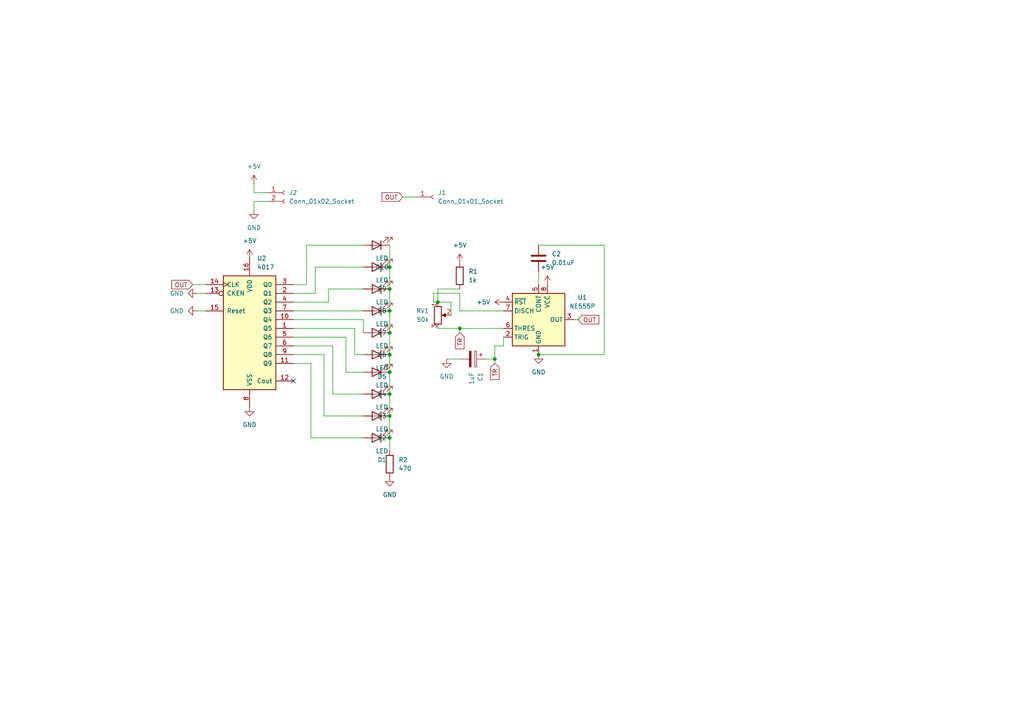
<source format=kicad_sch>
(kicad_sch
	(version 20250114)
	(generator "eeschema")
	(generator_version "9.0")
	(uuid "d1ca02fb-16e2-4ba8-ba6f-3f5850f1b201")
	(paper "A4")
	(lib_symbols
		(symbol "4xxx:4017"
			(pin_names
				(offset 1.016)
			)
			(exclude_from_sim no)
			(in_bom yes)
			(on_board yes)
			(property "Reference" "U"
				(at -7.62 16.51 0)
				(effects
					(font
						(size 1.27 1.27)
					)
				)
			)
			(property "Value" "4017"
				(at -7.62 -19.05 0)
				(effects
					(font
						(size 1.27 1.27)
					)
				)
			)
			(property "Footprint" ""
				(at 0 0 0)
				(effects
					(font
						(size 1.27 1.27)
					)
					(hide yes)
				)
			)
			(property "Datasheet" "http://www.intersil.com/content/dam/Intersil/documents/cd40/cd4017bms-22bms.pdf"
				(at 0 0 0)
				(effects
					(font
						(size 1.27 1.27)
					)
					(hide yes)
				)
			)
			(property "Description" "Johnson Counter ( 10 outputs )"
				(at 0 0 0)
				(effects
					(font
						(size 1.27 1.27)
					)
					(hide yes)
				)
			)
			(property "ki_locked" ""
				(at 0 0 0)
				(effects
					(font
						(size 1.27 1.27)
					)
				)
			)
			(property "ki_keywords" "CNT CNT10"
				(at 0 0 0)
				(effects
					(font
						(size 1.27 1.27)
					)
					(hide yes)
				)
			)
			(property "ki_fp_filters" "DIP?16*"
				(at 0 0 0)
				(effects
					(font
						(size 1.27 1.27)
					)
					(hide yes)
				)
			)
			(symbol "4017_1_0"
				(pin input clock
					(at -12.7 12.7 0)
					(length 5.08)
					(name "CLK"
						(effects
							(font
								(size 1.27 1.27)
							)
						)
					)
					(number "14"
						(effects
							(font
								(size 1.27 1.27)
							)
						)
					)
				)
				(pin input inverted
					(at -12.7 10.16 0)
					(length 5.08)
					(name "CKEN"
						(effects
							(font
								(size 1.27 1.27)
							)
						)
					)
					(number "13"
						(effects
							(font
								(size 1.27 1.27)
							)
						)
					)
				)
				(pin input line
					(at -12.7 5.08 0)
					(length 5.08)
					(name "Reset"
						(effects
							(font
								(size 1.27 1.27)
							)
						)
					)
					(number "15"
						(effects
							(font
								(size 1.27 1.27)
							)
						)
					)
				)
				(pin power_in line
					(at 0 20.32 270)
					(length 5.08)
					(name "VDD"
						(effects
							(font
								(size 1.27 1.27)
							)
						)
					)
					(number "16"
						(effects
							(font
								(size 1.27 1.27)
							)
						)
					)
				)
				(pin power_in line
					(at 0 -22.86 90)
					(length 5.08)
					(name "VSS"
						(effects
							(font
								(size 1.27 1.27)
							)
						)
					)
					(number "8"
						(effects
							(font
								(size 1.27 1.27)
							)
						)
					)
				)
				(pin output line
					(at 12.7 12.7 180)
					(length 5.08)
					(name "Q0"
						(effects
							(font
								(size 1.27 1.27)
							)
						)
					)
					(number "3"
						(effects
							(font
								(size 1.27 1.27)
							)
						)
					)
				)
				(pin output line
					(at 12.7 10.16 180)
					(length 5.08)
					(name "Q1"
						(effects
							(font
								(size 1.27 1.27)
							)
						)
					)
					(number "2"
						(effects
							(font
								(size 1.27 1.27)
							)
						)
					)
				)
				(pin output line
					(at 12.7 7.62 180)
					(length 5.08)
					(name "Q2"
						(effects
							(font
								(size 1.27 1.27)
							)
						)
					)
					(number "4"
						(effects
							(font
								(size 1.27 1.27)
							)
						)
					)
				)
				(pin output line
					(at 12.7 5.08 180)
					(length 5.08)
					(name "Q3"
						(effects
							(font
								(size 1.27 1.27)
							)
						)
					)
					(number "7"
						(effects
							(font
								(size 1.27 1.27)
							)
						)
					)
				)
				(pin output line
					(at 12.7 2.54 180)
					(length 5.08)
					(name "Q4"
						(effects
							(font
								(size 1.27 1.27)
							)
						)
					)
					(number "10"
						(effects
							(font
								(size 1.27 1.27)
							)
						)
					)
				)
				(pin output line
					(at 12.7 0 180)
					(length 5.08)
					(name "Q5"
						(effects
							(font
								(size 1.27 1.27)
							)
						)
					)
					(number "1"
						(effects
							(font
								(size 1.27 1.27)
							)
						)
					)
				)
				(pin output line
					(at 12.7 -2.54 180)
					(length 5.08)
					(name "Q6"
						(effects
							(font
								(size 1.27 1.27)
							)
						)
					)
					(number "5"
						(effects
							(font
								(size 1.27 1.27)
							)
						)
					)
				)
				(pin output line
					(at 12.7 -5.08 180)
					(length 5.08)
					(name "Q7"
						(effects
							(font
								(size 1.27 1.27)
							)
						)
					)
					(number "6"
						(effects
							(font
								(size 1.27 1.27)
							)
						)
					)
				)
				(pin output line
					(at 12.7 -7.62 180)
					(length 5.08)
					(name "Q8"
						(effects
							(font
								(size 1.27 1.27)
							)
						)
					)
					(number "9"
						(effects
							(font
								(size 1.27 1.27)
							)
						)
					)
				)
				(pin output line
					(at 12.7 -10.16 180)
					(length 5.08)
					(name "Q9"
						(effects
							(font
								(size 1.27 1.27)
							)
						)
					)
					(number "11"
						(effects
							(font
								(size 1.27 1.27)
							)
						)
					)
				)
				(pin output line
					(at 12.7 -15.24 180)
					(length 5.08)
					(name "Cout"
						(effects
							(font
								(size 1.27 1.27)
							)
						)
					)
					(number "12"
						(effects
							(font
								(size 1.27 1.27)
							)
						)
					)
				)
			)
			(symbol "4017_1_1"
				(rectangle
					(start -7.62 15.24)
					(end 7.62 -17.78)
					(stroke
						(width 0.254)
						(type default)
					)
					(fill
						(type background)
					)
				)
			)
			(embedded_fonts no)
		)
		(symbol "Connector:Conn_01x01_Socket"
			(pin_names
				(offset 1.016)
				(hide yes)
			)
			(exclude_from_sim no)
			(in_bom yes)
			(on_board yes)
			(property "Reference" "J"
				(at 0 2.54 0)
				(effects
					(font
						(size 1.27 1.27)
					)
				)
			)
			(property "Value" "Conn_01x01_Socket"
				(at 0 -2.54 0)
				(effects
					(font
						(size 1.27 1.27)
					)
				)
			)
			(property "Footprint" ""
				(at 0 0 0)
				(effects
					(font
						(size 1.27 1.27)
					)
					(hide yes)
				)
			)
			(property "Datasheet" "~"
				(at 0 0 0)
				(effects
					(font
						(size 1.27 1.27)
					)
					(hide yes)
				)
			)
			(property "Description" "Generic connector, single row, 01x01, script generated"
				(at 0 0 0)
				(effects
					(font
						(size 1.27 1.27)
					)
					(hide yes)
				)
			)
			(property "ki_locked" ""
				(at 0 0 0)
				(effects
					(font
						(size 1.27 1.27)
					)
				)
			)
			(property "ki_keywords" "connector"
				(at 0 0 0)
				(effects
					(font
						(size 1.27 1.27)
					)
					(hide yes)
				)
			)
			(property "ki_fp_filters" "Connector*:*_1x??_*"
				(at 0 0 0)
				(effects
					(font
						(size 1.27 1.27)
					)
					(hide yes)
				)
			)
			(symbol "Conn_01x01_Socket_1_1"
				(polyline
					(pts
						(xy -1.27 0) (xy -0.508 0)
					)
					(stroke
						(width 0.1524)
						(type default)
					)
					(fill
						(type none)
					)
				)
				(arc
					(start 0 -0.508)
					(mid -0.5058 0)
					(end 0 0.508)
					(stroke
						(width 0.1524)
						(type default)
					)
					(fill
						(type none)
					)
				)
				(pin passive line
					(at -5.08 0 0)
					(length 3.81)
					(name "Pin_1"
						(effects
							(font
								(size 1.27 1.27)
							)
						)
					)
					(number "1"
						(effects
							(font
								(size 1.27 1.27)
							)
						)
					)
				)
			)
			(embedded_fonts no)
		)
		(symbol "Connector:Conn_01x02_Socket"
			(pin_names
				(offset 1.016)
				(hide yes)
			)
			(exclude_from_sim no)
			(in_bom yes)
			(on_board yes)
			(property "Reference" "J"
				(at 0 2.54 0)
				(effects
					(font
						(size 1.27 1.27)
					)
				)
			)
			(property "Value" "Conn_01x02_Socket"
				(at 0 -5.08 0)
				(effects
					(font
						(size 1.27 1.27)
					)
				)
			)
			(property "Footprint" ""
				(at 0 0 0)
				(effects
					(font
						(size 1.27 1.27)
					)
					(hide yes)
				)
			)
			(property "Datasheet" "~"
				(at 0 0 0)
				(effects
					(font
						(size 1.27 1.27)
					)
					(hide yes)
				)
			)
			(property "Description" "Generic connector, single row, 01x02, script generated"
				(at 0 0 0)
				(effects
					(font
						(size 1.27 1.27)
					)
					(hide yes)
				)
			)
			(property "ki_locked" ""
				(at 0 0 0)
				(effects
					(font
						(size 1.27 1.27)
					)
				)
			)
			(property "ki_keywords" "connector"
				(at 0 0 0)
				(effects
					(font
						(size 1.27 1.27)
					)
					(hide yes)
				)
			)
			(property "ki_fp_filters" "Connector*:*_1x??_*"
				(at 0 0 0)
				(effects
					(font
						(size 1.27 1.27)
					)
					(hide yes)
				)
			)
			(symbol "Conn_01x02_Socket_1_1"
				(polyline
					(pts
						(xy -1.27 0) (xy -0.508 0)
					)
					(stroke
						(width 0.1524)
						(type default)
					)
					(fill
						(type none)
					)
				)
				(polyline
					(pts
						(xy -1.27 -2.54) (xy -0.508 -2.54)
					)
					(stroke
						(width 0.1524)
						(type default)
					)
					(fill
						(type none)
					)
				)
				(arc
					(start 0 -0.508)
					(mid -0.5058 0)
					(end 0 0.508)
					(stroke
						(width 0.1524)
						(type default)
					)
					(fill
						(type none)
					)
				)
				(arc
					(start 0 -3.048)
					(mid -0.5058 -2.54)
					(end 0 -2.032)
					(stroke
						(width 0.1524)
						(type default)
					)
					(fill
						(type none)
					)
				)
				(pin passive line
					(at -5.08 0 0)
					(length 3.81)
					(name "Pin_1"
						(effects
							(font
								(size 1.27 1.27)
							)
						)
					)
					(number "1"
						(effects
							(font
								(size 1.27 1.27)
							)
						)
					)
				)
				(pin passive line
					(at -5.08 -2.54 0)
					(length 3.81)
					(name "Pin_2"
						(effects
							(font
								(size 1.27 1.27)
							)
						)
					)
					(number "2"
						(effects
							(font
								(size 1.27 1.27)
							)
						)
					)
				)
			)
			(embedded_fonts no)
		)
		(symbol "Device:C"
			(pin_numbers
				(hide yes)
			)
			(pin_names
				(offset 0.254)
			)
			(exclude_from_sim no)
			(in_bom yes)
			(on_board yes)
			(property "Reference" "C"
				(at 0.635 2.54 0)
				(effects
					(font
						(size 1.27 1.27)
					)
					(justify left)
				)
			)
			(property "Value" "C"
				(at 0.635 -2.54 0)
				(effects
					(font
						(size 1.27 1.27)
					)
					(justify left)
				)
			)
			(property "Footprint" ""
				(at 0.9652 -3.81 0)
				(effects
					(font
						(size 1.27 1.27)
					)
					(hide yes)
				)
			)
			(property "Datasheet" "~"
				(at 0 0 0)
				(effects
					(font
						(size 1.27 1.27)
					)
					(hide yes)
				)
			)
			(property "Description" "Unpolarized capacitor"
				(at 0 0 0)
				(effects
					(font
						(size 1.27 1.27)
					)
					(hide yes)
				)
			)
			(property "ki_keywords" "cap capacitor"
				(at 0 0 0)
				(effects
					(font
						(size 1.27 1.27)
					)
					(hide yes)
				)
			)
			(property "ki_fp_filters" "C_*"
				(at 0 0 0)
				(effects
					(font
						(size 1.27 1.27)
					)
					(hide yes)
				)
			)
			(symbol "C_0_1"
				(polyline
					(pts
						(xy -2.032 0.762) (xy 2.032 0.762)
					)
					(stroke
						(width 0.508)
						(type default)
					)
					(fill
						(type none)
					)
				)
				(polyline
					(pts
						(xy -2.032 -0.762) (xy 2.032 -0.762)
					)
					(stroke
						(width 0.508)
						(type default)
					)
					(fill
						(type none)
					)
				)
			)
			(symbol "C_1_1"
				(pin passive line
					(at 0 3.81 270)
					(length 2.794)
					(name "~"
						(effects
							(font
								(size 1.27 1.27)
							)
						)
					)
					(number "1"
						(effects
							(font
								(size 1.27 1.27)
							)
						)
					)
				)
				(pin passive line
					(at 0 -3.81 90)
					(length 2.794)
					(name "~"
						(effects
							(font
								(size 1.27 1.27)
							)
						)
					)
					(number "2"
						(effects
							(font
								(size 1.27 1.27)
							)
						)
					)
				)
			)
			(embedded_fonts no)
		)
		(symbol "Device:C_Polarized"
			(pin_numbers
				(hide yes)
			)
			(pin_names
				(offset 0.254)
			)
			(exclude_from_sim no)
			(in_bom yes)
			(on_board yes)
			(property "Reference" "C"
				(at 0.635 2.54 0)
				(effects
					(font
						(size 1.27 1.27)
					)
					(justify left)
				)
			)
			(property "Value" "C_Polarized"
				(at 0.635 -2.54 0)
				(effects
					(font
						(size 1.27 1.27)
					)
					(justify left)
				)
			)
			(property "Footprint" ""
				(at 0.9652 -3.81 0)
				(effects
					(font
						(size 1.27 1.27)
					)
					(hide yes)
				)
			)
			(property "Datasheet" "~"
				(at 0 0 0)
				(effects
					(font
						(size 1.27 1.27)
					)
					(hide yes)
				)
			)
			(property "Description" "Polarized capacitor"
				(at 0 0 0)
				(effects
					(font
						(size 1.27 1.27)
					)
					(hide yes)
				)
			)
			(property "ki_keywords" "cap capacitor"
				(at 0 0 0)
				(effects
					(font
						(size 1.27 1.27)
					)
					(hide yes)
				)
			)
			(property "ki_fp_filters" "CP_*"
				(at 0 0 0)
				(effects
					(font
						(size 1.27 1.27)
					)
					(hide yes)
				)
			)
			(symbol "C_Polarized_0_1"
				(rectangle
					(start -2.286 0.508)
					(end 2.286 1.016)
					(stroke
						(width 0)
						(type default)
					)
					(fill
						(type none)
					)
				)
				(polyline
					(pts
						(xy -1.778 2.286) (xy -0.762 2.286)
					)
					(stroke
						(width 0)
						(type default)
					)
					(fill
						(type none)
					)
				)
				(polyline
					(pts
						(xy -1.27 2.794) (xy -1.27 1.778)
					)
					(stroke
						(width 0)
						(type default)
					)
					(fill
						(type none)
					)
				)
				(rectangle
					(start 2.286 -0.508)
					(end -2.286 -1.016)
					(stroke
						(width 0)
						(type default)
					)
					(fill
						(type outline)
					)
				)
			)
			(symbol "C_Polarized_1_1"
				(pin passive line
					(at 0 3.81 270)
					(length 2.794)
					(name "~"
						(effects
							(font
								(size 1.27 1.27)
							)
						)
					)
					(number "1"
						(effects
							(font
								(size 1.27 1.27)
							)
						)
					)
				)
				(pin passive line
					(at 0 -3.81 90)
					(length 2.794)
					(name "~"
						(effects
							(font
								(size 1.27 1.27)
							)
						)
					)
					(number "2"
						(effects
							(font
								(size 1.27 1.27)
							)
						)
					)
				)
			)
			(embedded_fonts no)
		)
		(symbol "Device:LED"
			(pin_numbers
				(hide yes)
			)
			(pin_names
				(offset 1.016)
				(hide yes)
			)
			(exclude_from_sim no)
			(in_bom yes)
			(on_board yes)
			(property "Reference" "D"
				(at 0 2.54 0)
				(effects
					(font
						(size 1.27 1.27)
					)
				)
			)
			(property "Value" "LED"
				(at 0 -2.54 0)
				(effects
					(font
						(size 1.27 1.27)
					)
				)
			)
			(property "Footprint" ""
				(at 0 0 0)
				(effects
					(font
						(size 1.27 1.27)
					)
					(hide yes)
				)
			)
			(property "Datasheet" "~"
				(at 0 0 0)
				(effects
					(font
						(size 1.27 1.27)
					)
					(hide yes)
				)
			)
			(property "Description" "Light emitting diode"
				(at 0 0 0)
				(effects
					(font
						(size 1.27 1.27)
					)
					(hide yes)
				)
			)
			(property "Sim.Pins" "1=K 2=A"
				(at 0 0 0)
				(effects
					(font
						(size 1.27 1.27)
					)
					(hide yes)
				)
			)
			(property "ki_keywords" "LED diode"
				(at 0 0 0)
				(effects
					(font
						(size 1.27 1.27)
					)
					(hide yes)
				)
			)
			(property "ki_fp_filters" "LED* LED_SMD:* LED_THT:*"
				(at 0 0 0)
				(effects
					(font
						(size 1.27 1.27)
					)
					(hide yes)
				)
			)
			(symbol "LED_0_1"
				(polyline
					(pts
						(xy -3.048 -0.762) (xy -4.572 -2.286) (xy -3.81 -2.286) (xy -4.572 -2.286) (xy -4.572 -1.524)
					)
					(stroke
						(width 0)
						(type default)
					)
					(fill
						(type none)
					)
				)
				(polyline
					(pts
						(xy -1.778 -0.762) (xy -3.302 -2.286) (xy -2.54 -2.286) (xy -3.302 -2.286) (xy -3.302 -1.524)
					)
					(stroke
						(width 0)
						(type default)
					)
					(fill
						(type none)
					)
				)
				(polyline
					(pts
						(xy -1.27 0) (xy 1.27 0)
					)
					(stroke
						(width 0)
						(type default)
					)
					(fill
						(type none)
					)
				)
				(polyline
					(pts
						(xy -1.27 -1.27) (xy -1.27 1.27)
					)
					(stroke
						(width 0.254)
						(type default)
					)
					(fill
						(type none)
					)
				)
				(polyline
					(pts
						(xy 1.27 -1.27) (xy 1.27 1.27) (xy -1.27 0) (xy 1.27 -1.27)
					)
					(stroke
						(width 0.254)
						(type default)
					)
					(fill
						(type none)
					)
				)
			)
			(symbol "LED_1_1"
				(pin passive line
					(at -3.81 0 0)
					(length 2.54)
					(name "K"
						(effects
							(font
								(size 1.27 1.27)
							)
						)
					)
					(number "1"
						(effects
							(font
								(size 1.27 1.27)
							)
						)
					)
				)
				(pin passive line
					(at 3.81 0 180)
					(length 2.54)
					(name "A"
						(effects
							(font
								(size 1.27 1.27)
							)
						)
					)
					(number "2"
						(effects
							(font
								(size 1.27 1.27)
							)
						)
					)
				)
			)
			(embedded_fonts no)
		)
		(symbol "Device:R"
			(pin_numbers
				(hide yes)
			)
			(pin_names
				(offset 0)
			)
			(exclude_from_sim no)
			(in_bom yes)
			(on_board yes)
			(property "Reference" "R"
				(at 2.032 0 90)
				(effects
					(font
						(size 1.27 1.27)
					)
				)
			)
			(property "Value" "R"
				(at 0 0 90)
				(effects
					(font
						(size 1.27 1.27)
					)
				)
			)
			(property "Footprint" ""
				(at -1.778 0 90)
				(effects
					(font
						(size 1.27 1.27)
					)
					(hide yes)
				)
			)
			(property "Datasheet" "~"
				(at 0 0 0)
				(effects
					(font
						(size 1.27 1.27)
					)
					(hide yes)
				)
			)
			(property "Description" "Resistor"
				(at 0 0 0)
				(effects
					(font
						(size 1.27 1.27)
					)
					(hide yes)
				)
			)
			(property "ki_keywords" "R res resistor"
				(at 0 0 0)
				(effects
					(font
						(size 1.27 1.27)
					)
					(hide yes)
				)
			)
			(property "ki_fp_filters" "R_*"
				(at 0 0 0)
				(effects
					(font
						(size 1.27 1.27)
					)
					(hide yes)
				)
			)
			(symbol "R_0_1"
				(rectangle
					(start -1.016 -2.54)
					(end 1.016 2.54)
					(stroke
						(width 0.254)
						(type default)
					)
					(fill
						(type none)
					)
				)
			)
			(symbol "R_1_1"
				(pin passive line
					(at 0 3.81 270)
					(length 1.27)
					(name "~"
						(effects
							(font
								(size 1.27 1.27)
							)
						)
					)
					(number "1"
						(effects
							(font
								(size 1.27 1.27)
							)
						)
					)
				)
				(pin passive line
					(at 0 -3.81 90)
					(length 1.27)
					(name "~"
						(effects
							(font
								(size 1.27 1.27)
							)
						)
					)
					(number "2"
						(effects
							(font
								(size 1.27 1.27)
							)
						)
					)
				)
			)
			(embedded_fonts no)
		)
		(symbol "Device:R_Potentiometer"
			(pin_names
				(offset 1.016)
				(hide yes)
			)
			(exclude_from_sim no)
			(in_bom yes)
			(on_board yes)
			(property "Reference" "RV"
				(at -4.445 0 90)
				(effects
					(font
						(size 1.27 1.27)
					)
				)
			)
			(property "Value" "R_Potentiometer"
				(at -2.54 0 90)
				(effects
					(font
						(size 1.27 1.27)
					)
				)
			)
			(property "Footprint" ""
				(at 0 0 0)
				(effects
					(font
						(size 1.27 1.27)
					)
					(hide yes)
				)
			)
			(property "Datasheet" "~"
				(at 0 0 0)
				(effects
					(font
						(size 1.27 1.27)
					)
					(hide yes)
				)
			)
			(property "Description" "Potentiometer"
				(at 0 0 0)
				(effects
					(font
						(size 1.27 1.27)
					)
					(hide yes)
				)
			)
			(property "ki_keywords" "resistor variable"
				(at 0 0 0)
				(effects
					(font
						(size 1.27 1.27)
					)
					(hide yes)
				)
			)
			(property "ki_fp_filters" "Potentiometer*"
				(at 0 0 0)
				(effects
					(font
						(size 1.27 1.27)
					)
					(hide yes)
				)
			)
			(symbol "R_Potentiometer_0_1"
				(rectangle
					(start 1.016 2.54)
					(end -1.016 -2.54)
					(stroke
						(width 0.254)
						(type default)
					)
					(fill
						(type none)
					)
				)
				(polyline
					(pts
						(xy 1.143 0) (xy 2.286 0.508) (xy 2.286 -0.508) (xy 1.143 0)
					)
					(stroke
						(width 0)
						(type default)
					)
					(fill
						(type outline)
					)
				)
				(polyline
					(pts
						(xy 2.54 0) (xy 1.524 0)
					)
					(stroke
						(width 0)
						(type default)
					)
					(fill
						(type none)
					)
				)
			)
			(symbol "R_Potentiometer_1_1"
				(pin passive line
					(at 0 3.81 270)
					(length 1.27)
					(name "1"
						(effects
							(font
								(size 1.27 1.27)
							)
						)
					)
					(number "1"
						(effects
							(font
								(size 1.27 1.27)
							)
						)
					)
				)
				(pin passive line
					(at 0 -3.81 90)
					(length 1.27)
					(name "3"
						(effects
							(font
								(size 1.27 1.27)
							)
						)
					)
					(number "3"
						(effects
							(font
								(size 1.27 1.27)
							)
						)
					)
				)
				(pin passive line
					(at 3.81 0 180)
					(length 1.27)
					(name "2"
						(effects
							(font
								(size 1.27 1.27)
							)
						)
					)
					(number "2"
						(effects
							(font
								(size 1.27 1.27)
							)
						)
					)
				)
			)
			(embedded_fonts no)
		)
		(symbol "Timer:NE555P"
			(exclude_from_sim no)
			(in_bom yes)
			(on_board yes)
			(property "Reference" "U"
				(at -10.16 8.89 0)
				(effects
					(font
						(size 1.27 1.27)
					)
					(justify left)
				)
			)
			(property "Value" "NE555P"
				(at 2.54 8.89 0)
				(effects
					(font
						(size 1.27 1.27)
					)
					(justify left)
				)
			)
			(property "Footprint" "Package_DIP:DIP-8_W7.62mm"
				(at 0 -24.13 0)
				(effects
					(font
						(size 1.27 1.27)
					)
					(hide yes)
				)
			)
			(property "Datasheet" "http://www.ti.com/lit/ds/symlink/ne555.pdf"
				(at 0 -26.67 0)
				(effects
					(font
						(size 1.27 1.27)
					)
					(hide yes)
				)
			)
			(property "Description" "Precision Timers, 555 compatible, PDIP-8"
				(at 0 -21.59 0)
				(effects
					(font
						(size 1.27 1.27)
					)
					(hide yes)
				)
			)
			(property "ki_keywords" "single timer 555"
				(at 0 0 0)
				(effects
					(font
						(size 1.27 1.27)
					)
					(hide yes)
				)
			)
			(property "ki_fp_filters" "DIP*W7.62mm*"
				(at 0 0 0)
				(effects
					(font
						(size 1.27 1.27)
					)
					(hide yes)
				)
			)
			(symbol "NE555P_0_0"
				(pin power_in line
					(at 0 -10.16 90)
					(length 2.54)
					(name "GND"
						(effects
							(font
								(size 1.27 1.27)
							)
						)
					)
					(number "1"
						(effects
							(font
								(size 1.27 1.27)
							)
						)
					)
				)
				(pin power_in line
					(at 2.54 10.16 270)
					(length 2.54)
					(name "VCC"
						(effects
							(font
								(size 1.27 1.27)
							)
						)
					)
					(number "8"
						(effects
							(font
								(size 1.27 1.27)
							)
						)
					)
				)
			)
			(symbol "NE555P_0_1"
				(rectangle
					(start -7.62 7.62)
					(end 7.62 -7.62)
					(stroke
						(width 0.254)
						(type default)
					)
					(fill
						(type background)
					)
				)
			)
			(symbol "NE555P_1_1"
				(pin input line
					(at -10.16 5.08 0)
					(length 2.54)
					(name "~{RST}"
						(effects
							(font
								(size 1.27 1.27)
							)
						)
					)
					(number "4"
						(effects
							(font
								(size 1.27 1.27)
							)
						)
					)
				)
				(pin input line
					(at -10.16 2.54 0)
					(length 2.54)
					(name "DISCH"
						(effects
							(font
								(size 1.27 1.27)
							)
						)
					)
					(number "7"
						(effects
							(font
								(size 1.27 1.27)
							)
						)
					)
				)
				(pin input line
					(at -10.16 -2.54 0)
					(length 2.54)
					(name "THRES"
						(effects
							(font
								(size 1.27 1.27)
							)
						)
					)
					(number "6"
						(effects
							(font
								(size 1.27 1.27)
							)
						)
					)
				)
				(pin input line
					(at -10.16 -5.08 0)
					(length 2.54)
					(name "TRIG"
						(effects
							(font
								(size 1.27 1.27)
							)
						)
					)
					(number "2"
						(effects
							(font
								(size 1.27 1.27)
							)
						)
					)
				)
				(pin open_collector line
					(at 0 10.16 270)
					(length 2.54)
					(name "CONT"
						(effects
							(font
								(size 1.27 1.27)
							)
						)
					)
					(number "5"
						(effects
							(font
								(size 1.27 1.27)
							)
						)
					)
				)
				(pin output line
					(at 10.16 0 180)
					(length 2.54)
					(name "OUT"
						(effects
							(font
								(size 1.27 1.27)
							)
						)
					)
					(number "3"
						(effects
							(font
								(size 1.27 1.27)
							)
						)
					)
				)
			)
			(embedded_fonts no)
		)
		(symbol "power:+5V"
			(power)
			(pin_numbers
				(hide yes)
			)
			(pin_names
				(offset 0)
				(hide yes)
			)
			(exclude_from_sim no)
			(in_bom yes)
			(on_board yes)
			(property "Reference" "#PWR"
				(at 0 -3.81 0)
				(effects
					(font
						(size 1.27 1.27)
					)
					(hide yes)
				)
			)
			(property "Value" "+5V"
				(at 0 3.556 0)
				(effects
					(font
						(size 1.27 1.27)
					)
				)
			)
			(property "Footprint" ""
				(at 0 0 0)
				(effects
					(font
						(size 1.27 1.27)
					)
					(hide yes)
				)
			)
			(property "Datasheet" ""
				(at 0 0 0)
				(effects
					(font
						(size 1.27 1.27)
					)
					(hide yes)
				)
			)
			(property "Description" "Power symbol creates a global label with name \"+5V\""
				(at 0 0 0)
				(effects
					(font
						(size 1.27 1.27)
					)
					(hide yes)
				)
			)
			(property "ki_keywords" "global power"
				(at 0 0 0)
				(effects
					(font
						(size 1.27 1.27)
					)
					(hide yes)
				)
			)
			(symbol "+5V_0_1"
				(polyline
					(pts
						(xy -0.762 1.27) (xy 0 2.54)
					)
					(stroke
						(width 0)
						(type default)
					)
					(fill
						(type none)
					)
				)
				(polyline
					(pts
						(xy 0 2.54) (xy 0.762 1.27)
					)
					(stroke
						(width 0)
						(type default)
					)
					(fill
						(type none)
					)
				)
				(polyline
					(pts
						(xy 0 0) (xy 0 2.54)
					)
					(stroke
						(width 0)
						(type default)
					)
					(fill
						(type none)
					)
				)
			)
			(symbol "+5V_1_1"
				(pin power_in line
					(at 0 0 90)
					(length 0)
					(name "~"
						(effects
							(font
								(size 1.27 1.27)
							)
						)
					)
					(number "1"
						(effects
							(font
								(size 1.27 1.27)
							)
						)
					)
				)
			)
			(embedded_fonts no)
		)
		(symbol "power:GND"
			(power)
			(pin_numbers
				(hide yes)
			)
			(pin_names
				(offset 0)
				(hide yes)
			)
			(exclude_from_sim no)
			(in_bom yes)
			(on_board yes)
			(property "Reference" "#PWR"
				(at 0 -6.35 0)
				(effects
					(font
						(size 1.27 1.27)
					)
					(hide yes)
				)
			)
			(property "Value" "GND"
				(at 0 -3.81 0)
				(effects
					(font
						(size 1.27 1.27)
					)
				)
			)
			(property "Footprint" ""
				(at 0 0 0)
				(effects
					(font
						(size 1.27 1.27)
					)
					(hide yes)
				)
			)
			(property "Datasheet" ""
				(at 0 0 0)
				(effects
					(font
						(size 1.27 1.27)
					)
					(hide yes)
				)
			)
			(property "Description" "Power symbol creates a global label with name \"GND\" , ground"
				(at 0 0 0)
				(effects
					(font
						(size 1.27 1.27)
					)
					(hide yes)
				)
			)
			(property "ki_keywords" "global power"
				(at 0 0 0)
				(effects
					(font
						(size 1.27 1.27)
					)
					(hide yes)
				)
			)
			(symbol "GND_0_1"
				(polyline
					(pts
						(xy 0 0) (xy 0 -1.27) (xy 1.27 -1.27) (xy 0 -2.54) (xy -1.27 -1.27) (xy 0 -1.27)
					)
					(stroke
						(width 0)
						(type default)
					)
					(fill
						(type none)
					)
				)
			)
			(symbol "GND_1_1"
				(pin power_in line
					(at 0 0 270)
					(length 0)
					(name "~"
						(effects
							(font
								(size 1.27 1.27)
							)
						)
					)
					(number "1"
						(effects
							(font
								(size 1.27 1.27)
							)
						)
					)
				)
			)
			(embedded_fonts no)
		)
	)
	(junction
		(at 113.03 107.95)
		(diameter 0)
		(color 0 0 0 0)
		(uuid "1694caa8-08ac-4a2f-887b-8dacc3da3faf")
	)
	(junction
		(at 113.03 96.52)
		(diameter 0)
		(color 0 0 0 0)
		(uuid "1b86eb10-2761-44c4-89db-397d9857a263")
	)
	(junction
		(at 113.03 114.3)
		(diameter 0)
		(color 0 0 0 0)
		(uuid "2cccc632-aa2f-4251-ac79-b9e5facb5e0d")
	)
	(junction
		(at 113.03 83.82)
		(diameter 0)
		(color 0 0 0 0)
		(uuid "506b5c7e-0d8e-4634-ad3d-5c887a109d16")
	)
	(junction
		(at 113.03 127)
		(diameter 0)
		(color 0 0 0 0)
		(uuid "51c48854-cdf6-4639-9008-bb2224c78b03")
	)
	(junction
		(at 133.35 95.25)
		(diameter 0)
		(color 0 0 0 0)
		(uuid "599a92e1-7d0c-49fd-8659-8feb2122bc3b")
	)
	(junction
		(at 143.51 104.14)
		(diameter 0)
		(color 0 0 0 0)
		(uuid "67adee5d-e813-44fa-b4f6-1d31c0cfe9d3")
	)
	(junction
		(at 127 87.63)
		(diameter 0)
		(color 0 0 0 0)
		(uuid "883f0bd6-f029-44a1-897d-cd94a7026e83")
	)
	(junction
		(at 113.03 77.47)
		(diameter 0)
		(color 0 0 0 0)
		(uuid "97f55fa2-d405-4f3f-9a31-72260ef576a1")
	)
	(junction
		(at 113.03 102.87)
		(diameter 0)
		(color 0 0 0 0)
		(uuid "ae1929ef-975b-4b71-accd-2941f1f3d506")
	)
	(junction
		(at 113.03 90.17)
		(diameter 0)
		(color 0 0 0 0)
		(uuid "c72c57b9-17cf-4c3c-9e67-17f682b0b2db")
	)
	(junction
		(at 113.03 120.65)
		(diameter 0)
		(color 0 0 0 0)
		(uuid "cd984ada-2bcc-4714-90bd-0f9593a779fc")
	)
	(junction
		(at 156.21 102.87)
		(diameter 0)
		(color 0 0 0 0)
		(uuid "ea62c974-a06e-4194-8e5d-8641c8dde51a")
	)
	(no_connect
		(at 85.09 110.49)
		(uuid "1b60590b-aed8-404b-94fb-3135e9fc26dc")
	)
	(wire
		(pts
			(xy 133.35 95.25) (xy 133.35 96.52)
		)
		(stroke
			(width 0)
			(type default)
		)
		(uuid "0175cef2-fc9d-4e1b-a1ab-a6457eea62ff")
	)
	(wire
		(pts
			(xy 113.03 96.52) (xy 113.03 102.87)
		)
		(stroke
			(width 0)
			(type default)
		)
		(uuid "02c9d35c-3cea-4ca8-867b-610367bd1f42")
	)
	(wire
		(pts
			(xy 73.66 55.88) (xy 73.66 53.34)
		)
		(stroke
			(width 0)
			(type default)
		)
		(uuid "02cc5dbd-60ed-4c2c-a3ea-873c95524a15")
	)
	(wire
		(pts
			(xy 90.17 127) (xy 90.17 105.41)
		)
		(stroke
			(width 0)
			(type default)
		)
		(uuid "02ecfa00-8a3f-4328-adce-ac4f7a684beb")
	)
	(wire
		(pts
			(xy 146.05 90.17) (xy 133.35 90.17)
		)
		(stroke
			(width 0)
			(type default)
		)
		(uuid "0869e7d9-a852-4efd-8716-3537a851489b")
	)
	(wire
		(pts
			(xy 85.09 85.09) (xy 91.44 85.09)
		)
		(stroke
			(width 0)
			(type default)
		)
		(uuid "13238e28-36d7-47dd-bf2d-1c13f0ee8b56")
	)
	(wire
		(pts
			(xy 93.98 102.87) (xy 93.98 120.65)
		)
		(stroke
			(width 0)
			(type default)
		)
		(uuid "13a30a1b-82d3-4d33-a1ca-a866c2308b36")
	)
	(wire
		(pts
			(xy 73.66 55.88) (xy 77.47 55.88)
		)
		(stroke
			(width 0)
			(type default)
		)
		(uuid "1906eb2b-3d23-473f-a785-dfde12c9178e")
	)
	(wire
		(pts
			(xy 91.44 77.47) (xy 105.41 77.47)
		)
		(stroke
			(width 0)
			(type default)
		)
		(uuid "2648b66d-aad8-46d3-ab59-6285acdd4763")
	)
	(wire
		(pts
			(xy 130.81 91.44) (xy 130.81 87.63)
		)
		(stroke
			(width 0)
			(type default)
		)
		(uuid "28386d08-998a-4b91-ba8f-2261d62090b7")
	)
	(wire
		(pts
			(xy 96.52 100.33) (xy 96.52 114.3)
		)
		(stroke
			(width 0)
			(type default)
		)
		(uuid "2fd6318a-ff19-4cb7-bb65-a0fc77a10c6d")
	)
	(wire
		(pts
			(xy 127 83.82) (xy 127 87.63)
		)
		(stroke
			(width 0)
			(type default)
		)
		(uuid "3a19bf9c-63e1-4e90-b332-cd5d54a7a2a8")
	)
	(wire
		(pts
			(xy 113.03 102.87) (xy 113.03 107.95)
		)
		(stroke
			(width 0)
			(type default)
		)
		(uuid "3ed7aa9b-2a07-4707-9823-1f525ee9afa9")
	)
	(wire
		(pts
			(xy 143.51 104.14) (xy 143.51 100.33)
		)
		(stroke
			(width 0)
			(type default)
		)
		(uuid "3f8805a7-8e58-49b3-a5c6-0daac9441814")
	)
	(wire
		(pts
			(xy 85.09 95.25) (xy 102.87 95.25)
		)
		(stroke
			(width 0)
			(type default)
		)
		(uuid "411c144f-53b6-4dd7-8b1f-8e09f7f01364")
	)
	(wire
		(pts
			(xy 96.52 114.3) (xy 105.41 114.3)
		)
		(stroke
			(width 0)
			(type default)
		)
		(uuid "46384107-89c0-4213-9c8d-ce7ec50a2f33")
	)
	(wire
		(pts
			(xy 143.51 100.33) (xy 146.05 100.33)
		)
		(stroke
			(width 0)
			(type default)
		)
		(uuid "491d0130-5500-47b9-b1a1-d51bf0550e62")
	)
	(wire
		(pts
			(xy 175.26 71.12) (xy 175.26 102.87)
		)
		(stroke
			(width 0)
			(type default)
		)
		(uuid "4bd614ab-0711-460c-84ae-1fef6064052d")
	)
	(wire
		(pts
			(xy 113.03 71.12) (xy 113.03 77.47)
		)
		(stroke
			(width 0)
			(type default)
		)
		(uuid "507dd105-4ec0-4fbe-a192-3f8673e3787b")
	)
	(wire
		(pts
			(xy 55.88 82.55) (xy 59.69 82.55)
		)
		(stroke
			(width 0)
			(type default)
		)
		(uuid "520fc769-edad-4d6a-9f94-ff57e30a34cd")
	)
	(wire
		(pts
			(xy 130.81 87.63) (xy 127 87.63)
		)
		(stroke
			(width 0)
			(type default)
		)
		(uuid "5895d9bb-bb72-4b24-ae0f-6d6096cfdc33")
	)
	(wire
		(pts
			(xy 116.84 57.15) (xy 120.65 57.15)
		)
		(stroke
			(width 0)
			(type default)
		)
		(uuid "5ad3d281-04bb-403c-aff6-6b2522588558")
	)
	(wire
		(pts
			(xy 143.51 104.14) (xy 143.51 105.41)
		)
		(stroke
			(width 0)
			(type default)
		)
		(uuid "5ba407c3-0233-4872-ae41-2c6e0ec02f5d")
	)
	(wire
		(pts
			(xy 100.33 97.79) (xy 100.33 107.95)
		)
		(stroke
			(width 0)
			(type default)
		)
		(uuid "5eb9266d-4970-45cc-ac2b-38687cd22e7a")
	)
	(wire
		(pts
			(xy 85.09 92.71) (xy 105.41 92.71)
		)
		(stroke
			(width 0)
			(type default)
		)
		(uuid "640a6e99-044d-44f0-8625-4e0ad922317f")
	)
	(wire
		(pts
			(xy 125.73 87.63) (xy 127 87.63)
		)
		(stroke
			(width 0)
			(type default)
		)
		(uuid "64f9cbaa-69e2-412e-98c2-dd0035f6fa3d")
	)
	(wire
		(pts
			(xy 88.9 71.12) (xy 105.41 71.12)
		)
		(stroke
			(width 0)
			(type default)
		)
		(uuid "6f6b3af6-23b8-43ef-8772-23a24f6db49c")
	)
	(wire
		(pts
			(xy 146.05 100.33) (xy 146.05 97.79)
		)
		(stroke
			(width 0)
			(type default)
		)
		(uuid "70656f23-9dbd-489a-9070-ba233ad509ea")
	)
	(wire
		(pts
			(xy 127 95.25) (xy 133.35 95.25)
		)
		(stroke
			(width 0)
			(type default)
		)
		(uuid "752c45d4-754c-49e8-a71b-3c68a1583a2c")
	)
	(wire
		(pts
			(xy 175.26 102.87) (xy 156.21 102.87)
		)
		(stroke
			(width 0)
			(type default)
		)
		(uuid "764aed15-d611-49a9-bfc2-dc069f14ca23")
	)
	(wire
		(pts
			(xy 102.87 95.25) (xy 102.87 102.87)
		)
		(stroke
			(width 0)
			(type default)
		)
		(uuid "7abd1f82-a9e7-4da9-b83d-783b5b103dfa")
	)
	(wire
		(pts
			(xy 85.09 82.55) (xy 88.9 82.55)
		)
		(stroke
			(width 0)
			(type default)
		)
		(uuid "7b819fff-0306-4849-a123-7db6312c1b3a")
	)
	(wire
		(pts
			(xy 140.97 104.14) (xy 143.51 104.14)
		)
		(stroke
			(width 0)
			(type default)
		)
		(uuid "7ccda7fa-623c-43fc-8c08-ef6315f43b1b")
	)
	(wire
		(pts
			(xy 91.44 85.09) (xy 91.44 77.47)
		)
		(stroke
			(width 0)
			(type default)
		)
		(uuid "86259e53-4462-40e2-a166-883b3e9293d3")
	)
	(wire
		(pts
			(xy 85.09 87.63) (xy 95.25 87.63)
		)
		(stroke
			(width 0)
			(type default)
		)
		(uuid "862f9f7e-7ec5-4814-8df9-06b1fa082d97")
	)
	(wire
		(pts
			(xy 133.35 85.09) (xy 125.73 85.09)
		)
		(stroke
			(width 0)
			(type default)
		)
		(uuid "88f6ed4a-623a-4897-a0fe-2005ae23ca38")
	)
	(wire
		(pts
			(xy 57.15 90.17) (xy 59.69 90.17)
		)
		(stroke
			(width 0)
			(type default)
		)
		(uuid "89ff704f-19be-4ff8-a8f3-aae73a8d2c7a")
	)
	(wire
		(pts
			(xy 113.03 120.65) (xy 113.03 127)
		)
		(stroke
			(width 0)
			(type default)
		)
		(uuid "8a732ae0-f53a-4a7b-a5e2-0e9059a81f08")
	)
	(wire
		(pts
			(xy 105.41 92.71) (xy 105.41 96.52)
		)
		(stroke
			(width 0)
			(type default)
		)
		(uuid "8af100aa-39b3-4e3d-9717-fc40a6e8fba8")
	)
	(wire
		(pts
			(xy 105.41 127) (xy 90.17 127)
		)
		(stroke
			(width 0)
			(type default)
		)
		(uuid "8b15c992-2205-422a-b497-2b8a5583dcd1")
	)
	(wire
		(pts
			(xy 85.09 90.17) (xy 105.41 90.17)
		)
		(stroke
			(width 0)
			(type default)
		)
		(uuid "8c75654a-0766-41e1-8c15-0bf92ac1c1c2")
	)
	(wire
		(pts
			(xy 156.21 71.12) (xy 175.26 71.12)
		)
		(stroke
			(width 0)
			(type default)
		)
		(uuid "9286fdf0-1e6e-4b2c-ba0c-bbf3bf7bb08f")
	)
	(wire
		(pts
			(xy 85.09 100.33) (xy 96.52 100.33)
		)
		(stroke
			(width 0)
			(type default)
		)
		(uuid "939f787b-f5bb-45dd-ba9d-9f1e72b1ea27")
	)
	(wire
		(pts
			(xy 85.09 97.79) (xy 100.33 97.79)
		)
		(stroke
			(width 0)
			(type default)
		)
		(uuid "94167895-fe04-4371-9e20-78349b3cff02")
	)
	(wire
		(pts
			(xy 73.66 58.42) (xy 77.47 58.42)
		)
		(stroke
			(width 0)
			(type default)
		)
		(uuid "9ae594e2-5de3-42b6-9ae4-4b4742c52f6b")
	)
	(wire
		(pts
			(xy 85.09 102.87) (xy 93.98 102.87)
		)
		(stroke
			(width 0)
			(type default)
		)
		(uuid "9bae8980-d622-47f2-9cb1-d5f8a11ffa6c")
	)
	(wire
		(pts
			(xy 95.25 87.63) (xy 95.25 83.82)
		)
		(stroke
			(width 0)
			(type default)
		)
		(uuid "a16ea755-a5a6-487b-b233-e246dbf61294")
	)
	(wire
		(pts
			(xy 100.33 107.95) (xy 105.41 107.95)
		)
		(stroke
			(width 0)
			(type default)
		)
		(uuid "a8af6034-e35f-4dba-8e8f-3f66d882dd1b")
	)
	(wire
		(pts
			(xy 113.03 90.17) (xy 113.03 96.52)
		)
		(stroke
			(width 0)
			(type default)
		)
		(uuid "ad8c277d-a38b-4ce2-b63f-fdb01fca6a3c")
	)
	(wire
		(pts
			(xy 133.35 90.17) (xy 133.35 85.09)
		)
		(stroke
			(width 0)
			(type default)
		)
		(uuid "adf0f916-2f16-4dd8-89be-96c8f620e722")
	)
	(wire
		(pts
			(xy 102.87 102.87) (xy 105.41 102.87)
		)
		(stroke
			(width 0)
			(type default)
		)
		(uuid "ae82c237-a0a3-425c-b4bb-60d79026b099")
	)
	(wire
		(pts
			(xy 166.37 92.71) (xy 167.64 92.71)
		)
		(stroke
			(width 0)
			(type default)
		)
		(uuid "bc4342c0-662c-4139-b8a7-688bc8ae4f9a")
	)
	(wire
		(pts
			(xy 90.17 105.41) (xy 85.09 105.41)
		)
		(stroke
			(width 0)
			(type default)
		)
		(uuid "c0cb6106-b2ab-47da-be63-ded35923dbc3")
	)
	(wire
		(pts
			(xy 113.03 83.82) (xy 113.03 90.17)
		)
		(stroke
			(width 0)
			(type default)
		)
		(uuid "c6fc3b09-9303-4841-bc47-af9d89fcf8cf")
	)
	(wire
		(pts
			(xy 113.03 77.47) (xy 113.03 83.82)
		)
		(stroke
			(width 0)
			(type default)
		)
		(uuid "cc700778-2ad3-436b-a5c5-84cd0a4d7584")
	)
	(wire
		(pts
			(xy 113.03 107.95) (xy 113.03 114.3)
		)
		(stroke
			(width 0)
			(type default)
		)
		(uuid "cdeeda16-e70f-4af4-af28-12c66bf1e8e9")
	)
	(wire
		(pts
			(xy 113.03 114.3) (xy 113.03 120.65)
		)
		(stroke
			(width 0)
			(type default)
		)
		(uuid "d1b8d2e1-52db-4567-9441-4ab195e56322")
	)
	(wire
		(pts
			(xy 125.73 85.09) (xy 125.73 87.63)
		)
		(stroke
			(width 0)
			(type default)
		)
		(uuid "d73915c9-4557-4811-b0e2-9a2a8961962b")
	)
	(wire
		(pts
			(xy 113.03 130.81) (xy 113.03 127)
		)
		(stroke
			(width 0)
			(type default)
		)
		(uuid "d7cbf938-1dd8-4865-b3cb-6effd8137152")
	)
	(wire
		(pts
			(xy 133.35 83.82) (xy 127 83.82)
		)
		(stroke
			(width 0)
			(type default)
		)
		(uuid "d7fb5d23-7669-4d4d-94d6-b57f263eb746")
	)
	(wire
		(pts
			(xy 57.15 85.09) (xy 59.69 85.09)
		)
		(stroke
			(width 0)
			(type default)
		)
		(uuid "dc597184-d168-43f4-84e4-7d6aa4942716")
	)
	(wire
		(pts
			(xy 129.54 104.14) (xy 133.35 104.14)
		)
		(stroke
			(width 0)
			(type default)
		)
		(uuid "e0b50307-b86b-4072-8bae-a6279c4d7517")
	)
	(wire
		(pts
			(xy 156.21 78.74) (xy 156.21 82.55)
		)
		(stroke
			(width 0)
			(type default)
		)
		(uuid "e8e8f508-4ea6-4c80-b717-06f8fb086f8e")
	)
	(wire
		(pts
			(xy 88.9 82.55) (xy 88.9 71.12)
		)
		(stroke
			(width 0)
			(type default)
		)
		(uuid "e93dc8b9-2774-4c37-be93-f7df7efd7e56")
	)
	(wire
		(pts
			(xy 73.66 58.42) (xy 73.66 60.96)
		)
		(stroke
			(width 0)
			(type default)
		)
		(uuid "eab37d36-4b12-4886-90cf-214460825742")
	)
	(wire
		(pts
			(xy 133.35 95.25) (xy 146.05 95.25)
		)
		(stroke
			(width 0)
			(type default)
		)
		(uuid "ef763e4d-1f5d-496a-a4a5-012401b1a86b")
	)
	(wire
		(pts
			(xy 95.25 83.82) (xy 105.41 83.82)
		)
		(stroke
			(width 0)
			(type default)
		)
		(uuid "f4eda725-5f89-49e5-b90a-5a11f15e9bd4")
	)
	(wire
		(pts
			(xy 93.98 120.65) (xy 105.41 120.65)
		)
		(stroke
			(width 0)
			(type default)
		)
		(uuid "f6f7366f-fad5-4e97-9e7c-5e5070346f57")
	)
	(global_label "OUT"
		(shape input)
		(at 55.88 82.55 180)
		(fields_autoplaced yes)
		(effects
			(font
				(size 1.27 1.27)
			)
			(justify right)
		)
		(uuid "1247cf09-c7a2-4bf2-b6cc-d5b6c888a36d")
		(property "Intersheetrefs" "${INTERSHEET_REFS}"
			(at 49.2662 82.55 0)
			(effects
				(font
					(size 1.27 1.27)
				)
				(justify right)
				(hide yes)
			)
		)
	)
	(global_label "OUT"
		(shape input)
		(at 116.84 57.15 180)
		(fields_autoplaced yes)
		(effects
			(font
				(size 1.27 1.27)
			)
			(justify right)
		)
		(uuid "323363ad-2f15-4a3b-9bff-831a93f2482f")
		(property "Intersheetrefs" "${INTERSHEET_REFS}"
			(at 110.2262 57.15 0)
			(effects
				(font
					(size 1.27 1.27)
				)
				(justify right)
				(hide yes)
			)
		)
	)
	(global_label "TR"
		(shape input)
		(at 143.51 105.41 270)
		(fields_autoplaced yes)
		(effects
			(font
				(size 1.27 1.27)
			)
			(justify right)
		)
		(uuid "4eb0544f-67a7-4422-b32c-1757ecc3fbff")
		(property "Intersheetrefs" "${INTERSHEET_REFS}"
			(at 143.51 110.6328 90)
			(effects
				(font
					(size 1.27 1.27)
				)
				(justify right)
				(hide yes)
			)
		)
	)
	(global_label "TR"
		(shape input)
		(at 133.35 96.52 270)
		(fields_autoplaced yes)
		(effects
			(font
				(size 1.27 1.27)
			)
			(justify right)
		)
		(uuid "55a03ea1-7f5e-4f52-b639-57ff66cc25dc")
		(property "Intersheetrefs" "${INTERSHEET_REFS}"
			(at 133.35 101.7428 90)
			(effects
				(font
					(size 1.27 1.27)
				)
				(justify right)
				(hide yes)
			)
		)
	)
	(global_label "OUT"
		(shape input)
		(at 167.64 92.71 0)
		(fields_autoplaced yes)
		(effects
			(font
				(size 1.27 1.27)
			)
			(justify left)
		)
		(uuid "75a35a97-199d-4325-a84a-42d88e6d4bbf")
		(property "Intersheetrefs" "${INTERSHEET_REFS}"
			(at 174.2538 92.71 0)
			(effects
				(font
					(size 1.27 1.27)
				)
				(justify left)
				(hide yes)
			)
		)
	)
	(symbol
		(lib_id "Device:LED")
		(at 109.22 114.3 180)
		(unit 1)
		(exclude_from_sim no)
		(in_bom yes)
		(on_board yes)
		(dnp no)
		(fields_autoplaced yes)
		(uuid "00c9af70-bcca-461b-b26f-625761c3ecfa")
		(property "Reference" "D3"
			(at 110.8075 120.65 0)
			(effects
				(font
					(size 1.27 1.27)
				)
			)
		)
		(property "Value" "LED"
			(at 110.8075 118.11 0)
			(effects
				(font
					(size 1.27 1.27)
				)
			)
		)
		(property "Footprint" "LED_THT:LED_D3.0mm"
			(at 109.22 114.3 0)
			(effects
				(font
					(size 1.27 1.27)
				)
				(hide yes)
			)
		)
		(property "Datasheet" "~"
			(at 109.22 114.3 0)
			(effects
				(font
					(size 1.27 1.27)
				)
				(hide yes)
			)
		)
		(property "Description" "Light emitting diode"
			(at 109.22 114.3 0)
			(effects
				(font
					(size 1.27 1.27)
				)
				(hide yes)
			)
		)
		(property "Sim.Pins" "1=K 2=A"
			(at 109.22 114.3 0)
			(effects
				(font
					(size 1.27 1.27)
				)
				(hide yes)
			)
		)
		(pin "2"
			(uuid "090a2fe9-32c1-4503-98cc-61377b122b2e")
		)
		(pin "1"
			(uuid "53cc0a65-f8f9-49c0-a373-8e4b27ba00d0")
		)
		(instances
			(project "Blinker"
				(path "/d1ca02fb-16e2-4ba8-ba6f-3f5850f1b201"
					(reference "D3")
					(unit 1)
				)
			)
		)
	)
	(symbol
		(lib_id "Device:LED")
		(at 109.22 127 180)
		(unit 1)
		(exclude_from_sim no)
		(in_bom yes)
		(on_board yes)
		(dnp no)
		(fields_autoplaced yes)
		(uuid "0892e152-c92c-4650-af4e-33ff37f3fff4")
		(property "Reference" "D1"
			(at 110.8075 133.35 0)
			(effects
				(font
					(size 1.27 1.27)
				)
			)
		)
		(property "Value" "LED"
			(at 110.8075 130.81 0)
			(effects
				(font
					(size 1.27 1.27)
				)
			)
		)
		(property "Footprint" "LED_THT:LED_D3.0mm"
			(at 109.22 127 0)
			(effects
				(font
					(size 1.27 1.27)
				)
				(hide yes)
			)
		)
		(property "Datasheet" "~"
			(at 109.22 127 0)
			(effects
				(font
					(size 1.27 1.27)
				)
				(hide yes)
			)
		)
		(property "Description" "Light emitting diode"
			(at 109.22 127 0)
			(effects
				(font
					(size 1.27 1.27)
				)
				(hide yes)
			)
		)
		(property "Sim.Pins" "1=K 2=A"
			(at 109.22 127 0)
			(effects
				(font
					(size 1.27 1.27)
				)
				(hide yes)
			)
		)
		(pin "2"
			(uuid "aaf61ca7-19a4-4c1f-b877-5502c0ddc27d")
		)
		(pin "1"
			(uuid "0f57c4a8-cbfd-49ab-bdce-10908f3740ad")
		)
		(instances
			(project ""
				(path "/d1ca02fb-16e2-4ba8-ba6f-3f5850f1b201"
					(reference "D1")
					(unit 1)
				)
			)
		)
	)
	(symbol
		(lib_id "Device:LED")
		(at 109.22 77.47 180)
		(unit 1)
		(exclude_from_sim no)
		(in_bom yes)
		(on_board yes)
		(dnp no)
		(fields_autoplaced yes)
		(uuid "1053b380-2dce-4135-a708-2af66f3f43d8")
		(property "Reference" "D9"
			(at 110.8075 83.82 0)
			(effects
				(font
					(size 1.27 1.27)
				)
			)
		)
		(property "Value" "LED"
			(at 110.8075 81.28 0)
			(effects
				(font
					(size 1.27 1.27)
				)
			)
		)
		(property "Footprint" "LED_THT:LED_D3.0mm"
			(at 109.22 77.47 0)
			(effects
				(font
					(size 1.27 1.27)
				)
				(hide yes)
			)
		)
		(property "Datasheet" "~"
			(at 109.22 77.47 0)
			(effects
				(font
					(size 1.27 1.27)
				)
				(hide yes)
			)
		)
		(property "Description" "Light emitting diode"
			(at 109.22 77.47 0)
			(effects
				(font
					(size 1.27 1.27)
				)
				(hide yes)
			)
		)
		(property "Sim.Pins" "1=K 2=A"
			(at 109.22 77.47 0)
			(effects
				(font
					(size 1.27 1.27)
				)
				(hide yes)
			)
		)
		(pin "2"
			(uuid "75bfb24e-bbb8-4bdc-a9c7-5004d3b87af3")
		)
		(pin "1"
			(uuid "696658b1-fc05-49dc-981b-f9f8d47e8bac")
		)
		(instances
			(project "Blinker"
				(path "/d1ca02fb-16e2-4ba8-ba6f-3f5850f1b201"
					(reference "D9")
					(unit 1)
				)
			)
		)
	)
	(symbol
		(lib_id "Timer:NE555P")
		(at 156.21 92.71 0)
		(unit 1)
		(exclude_from_sim no)
		(in_bom yes)
		(on_board yes)
		(dnp no)
		(fields_autoplaced yes)
		(uuid "261a724d-acb9-4236-8ef1-582eab91eaaa")
		(property "Reference" "U1"
			(at 168.91 86.2898 0)
			(effects
				(font
					(size 1.27 1.27)
				)
			)
		)
		(property "Value" "NE555P"
			(at 168.91 88.8298 0)
			(effects
				(font
					(size 1.27 1.27)
				)
			)
		)
		(property "Footprint" "Package_DIP:DIP-8_W7.62mm"
			(at 156.21 116.84 0)
			(effects
				(font
					(size 1.27 1.27)
				)
				(hide yes)
			)
		)
		(property "Datasheet" "http://www.ti.com/lit/ds/symlink/ne555.pdf"
			(at 156.21 119.38 0)
			(effects
				(font
					(size 1.27 1.27)
				)
				(hide yes)
			)
		)
		(property "Description" "Precision Timers, 555 compatible, PDIP-8"
			(at 156.21 114.3 0)
			(effects
				(font
					(size 1.27 1.27)
				)
				(hide yes)
			)
		)
		(pin "1"
			(uuid "3e5f5000-f77e-4730-96b6-088280e15d9f")
		)
		(pin "3"
			(uuid "8fe425d6-6e4c-4e7b-b5ac-578f3f9bd17a")
		)
		(pin "2"
			(uuid "4e350ac4-b4e6-4956-a13f-a13c623b16c6")
		)
		(pin "5"
			(uuid "737b379f-09bf-411a-8e47-50187dd20b43")
		)
		(pin "4"
			(uuid "1acfc204-bffd-4387-a2dd-345665f5a213")
		)
		(pin "8"
			(uuid "7e921391-4d98-440e-92fe-6244ee320e79")
		)
		(pin "7"
			(uuid "7855c060-fef1-401a-a3f3-fee90a8b7f02")
		)
		(pin "6"
			(uuid "8dc62be0-389e-4f20-96c5-b62bfee77f17")
		)
		(instances
			(project ""
				(path "/d1ca02fb-16e2-4ba8-ba6f-3f5850f1b201"
					(reference "U1")
					(unit 1)
				)
			)
		)
	)
	(symbol
		(lib_id "power:+5V")
		(at 73.66 53.34 0)
		(unit 1)
		(exclude_from_sim no)
		(in_bom yes)
		(on_board yes)
		(dnp no)
		(fields_autoplaced yes)
		(uuid "30d86272-021e-46ec-8564-9d0929c557c2")
		(property "Reference" "#PWR01"
			(at 73.66 57.15 0)
			(effects
				(font
					(size 1.27 1.27)
				)
				(hide yes)
			)
		)
		(property "Value" "+5V"
			(at 73.66 48.26 0)
			(effects
				(font
					(size 1.27 1.27)
				)
			)
		)
		(property "Footprint" ""
			(at 73.66 53.34 0)
			(effects
				(font
					(size 1.27 1.27)
				)
				(hide yes)
			)
		)
		(property "Datasheet" ""
			(at 73.66 53.34 0)
			(effects
				(font
					(size 1.27 1.27)
				)
				(hide yes)
			)
		)
		(property "Description" "Power symbol creates a global label with name \"+5V\""
			(at 73.66 53.34 0)
			(effects
				(font
					(size 1.27 1.27)
				)
				(hide yes)
			)
		)
		(pin "1"
			(uuid "8b33fb45-57af-4170-afe9-96309043a4e4")
		)
		(instances
			(project ""
				(path "/d1ca02fb-16e2-4ba8-ba6f-3f5850f1b201"
					(reference "#PWR01")
					(unit 1)
				)
			)
		)
	)
	(symbol
		(lib_id "power:GND")
		(at 73.66 60.96 0)
		(unit 1)
		(exclude_from_sim no)
		(in_bom yes)
		(on_board yes)
		(dnp no)
		(fields_autoplaced yes)
		(uuid "33e89748-0487-4c42-8a80-6f5bb90c5352")
		(property "Reference" "#PWR02"
			(at 73.66 67.31 0)
			(effects
				(font
					(size 1.27 1.27)
				)
				(hide yes)
			)
		)
		(property "Value" "GND"
			(at 73.66 66.04 0)
			(effects
				(font
					(size 1.27 1.27)
				)
			)
		)
		(property "Footprint" ""
			(at 73.66 60.96 0)
			(effects
				(font
					(size 1.27 1.27)
				)
				(hide yes)
			)
		)
		(property "Datasheet" ""
			(at 73.66 60.96 0)
			(effects
				(font
					(size 1.27 1.27)
				)
				(hide yes)
			)
		)
		(property "Description" "Power symbol creates a global label with name \"GND\" , ground"
			(at 73.66 60.96 0)
			(effects
				(font
					(size 1.27 1.27)
				)
				(hide yes)
			)
		)
		(pin "1"
			(uuid "a9d1cf09-1d39-4c63-8b3f-c7e4805a5727")
		)
		(instances
			(project ""
				(path "/d1ca02fb-16e2-4ba8-ba6f-3f5850f1b201"
					(reference "#PWR02")
					(unit 1)
				)
			)
		)
	)
	(symbol
		(lib_id "Device:R_Potentiometer")
		(at 127 91.44 0)
		(unit 1)
		(exclude_from_sim no)
		(in_bom yes)
		(on_board yes)
		(dnp no)
		(fields_autoplaced yes)
		(uuid "34dd61e0-753a-47d6-a346-3b04a9ef972d")
		(property "Reference" "RV1"
			(at 124.46 90.1699 0)
			(effects
				(font
					(size 1.27 1.27)
				)
				(justify right)
			)
		)
		(property "Value" "50k"
			(at 124.46 92.7099 0)
			(effects
				(font
					(size 1.27 1.27)
				)
				(justify right)
			)
		)
		(property "Footprint" "Resistor_SMD:R_0201_0603Metric"
			(at 127 91.44 0)
			(effects
				(font
					(size 1.27 1.27)
				)
				(hide yes)
			)
		)
		(property "Datasheet" "~"
			(at 127 91.44 0)
			(effects
				(font
					(size 1.27 1.27)
				)
				(hide yes)
			)
		)
		(property "Description" "Potentiometer"
			(at 127 91.44 0)
			(effects
				(font
					(size 1.27 1.27)
				)
				(hide yes)
			)
		)
		(pin "2"
			(uuid "9f322045-ea2d-4b20-8058-f92d4cd33fe2")
		)
		(pin "3"
			(uuid "5c924b11-7282-4d4d-8a26-b0ff5a6956e8")
		)
		(pin "1"
			(uuid "7f0f9ab7-7370-4347-a542-f79541bee4a7")
		)
		(instances
			(project ""
				(path "/d1ca02fb-16e2-4ba8-ba6f-3f5850f1b201"
					(reference "RV1")
					(unit 1)
				)
			)
		)
	)
	(symbol
		(lib_id "power:+5V")
		(at 72.39 74.93 0)
		(unit 1)
		(exclude_from_sim no)
		(in_bom yes)
		(on_board yes)
		(dnp no)
		(fields_autoplaced yes)
		(uuid "44b5e6d1-bd47-4bc8-8c73-ab5c35a86abd")
		(property "Reference" "#PWR09"
			(at 72.39 78.74 0)
			(effects
				(font
					(size 1.27 1.27)
				)
				(hide yes)
			)
		)
		(property "Value" "+5V"
			(at 72.39 69.85 0)
			(effects
				(font
					(size 1.27 1.27)
				)
			)
		)
		(property "Footprint" ""
			(at 72.39 74.93 0)
			(effects
				(font
					(size 1.27 1.27)
				)
				(hide yes)
			)
		)
		(property "Datasheet" ""
			(at 72.39 74.93 0)
			(effects
				(font
					(size 1.27 1.27)
				)
				(hide yes)
			)
		)
		(property "Description" "Power symbol creates a global label with name \"+5V\""
			(at 72.39 74.93 0)
			(effects
				(font
					(size 1.27 1.27)
				)
				(hide yes)
			)
		)
		(pin "1"
			(uuid "07b9b947-dbe3-4a30-a4e9-871c358594e9")
		)
		(instances
			(project ""
				(path "/d1ca02fb-16e2-4ba8-ba6f-3f5850f1b201"
					(reference "#PWR09")
					(unit 1)
				)
			)
		)
	)
	(symbol
		(lib_id "power:GND")
		(at 57.15 85.09 270)
		(unit 1)
		(exclude_from_sim no)
		(in_bom yes)
		(on_board yes)
		(dnp no)
		(fields_autoplaced yes)
		(uuid "534aeaf4-5fe5-47b6-ae72-24a268c424e8")
		(property "Reference" "#PWR012"
			(at 50.8 85.09 0)
			(effects
				(font
					(size 1.27 1.27)
				)
				(hide yes)
			)
		)
		(property "Value" "GND"
			(at 53.34 85.0899 90)
			(effects
				(font
					(size 1.27 1.27)
				)
				(justify right)
			)
		)
		(property "Footprint" ""
			(at 57.15 85.09 0)
			(effects
				(font
					(size 1.27 1.27)
				)
				(hide yes)
			)
		)
		(property "Datasheet" ""
			(at 57.15 85.09 0)
			(effects
				(font
					(size 1.27 1.27)
				)
				(hide yes)
			)
		)
		(property "Description" "Power symbol creates a global label with name \"GND\" , ground"
			(at 57.15 85.09 0)
			(effects
				(font
					(size 1.27 1.27)
				)
				(hide yes)
			)
		)
		(pin "1"
			(uuid "080ed1c9-5872-4a14-9e92-fc147b3819b8")
		)
		(instances
			(project "Blinker"
				(path "/d1ca02fb-16e2-4ba8-ba6f-3f5850f1b201"
					(reference "#PWR012")
					(unit 1)
				)
			)
		)
	)
	(symbol
		(lib_id "Device:LED")
		(at 109.22 102.87 180)
		(unit 1)
		(exclude_from_sim no)
		(in_bom yes)
		(on_board yes)
		(dnp no)
		(fields_autoplaced yes)
		(uuid "5f597098-3258-4ae6-8a73-1a401193c323")
		(property "Reference" "D5"
			(at 110.8075 109.22 0)
			(effects
				(font
					(size 1.27 1.27)
				)
			)
		)
		(property "Value" "LED"
			(at 110.8075 106.68 0)
			(effects
				(font
					(size 1.27 1.27)
				)
			)
		)
		(property "Footprint" "LED_THT:LED_D3.0mm"
			(at 109.22 102.87 0)
			(effects
				(font
					(size 1.27 1.27)
				)
				(hide yes)
			)
		)
		(property "Datasheet" "~"
			(at 109.22 102.87 0)
			(effects
				(font
					(size 1.27 1.27)
				)
				(hide yes)
			)
		)
		(property "Description" "Light emitting diode"
			(at 109.22 102.87 0)
			(effects
				(font
					(size 1.27 1.27)
				)
				(hide yes)
			)
		)
		(property "Sim.Pins" "1=K 2=A"
			(at 109.22 102.87 0)
			(effects
				(font
					(size 1.27 1.27)
				)
				(hide yes)
			)
		)
		(pin "2"
			(uuid "4c14e9e2-a614-4355-9134-c25ff66dff8a")
		)
		(pin "1"
			(uuid "e2065db9-64d9-46d4-a80b-3ee98ea50b5b")
		)
		(instances
			(project "Blinker"
				(path "/d1ca02fb-16e2-4ba8-ba6f-3f5850f1b201"
					(reference "D5")
					(unit 1)
				)
			)
		)
	)
	(symbol
		(lib_id "Device:LED")
		(at 109.22 120.65 180)
		(unit 1)
		(exclude_from_sim no)
		(in_bom yes)
		(on_board yes)
		(dnp no)
		(fields_autoplaced yes)
		(uuid "6031ce59-2b65-442a-94fb-cbc79909c8de")
		(property "Reference" "D2"
			(at 110.8075 127 0)
			(effects
				(font
					(size 1.27 1.27)
				)
			)
		)
		(property "Value" "LED"
			(at 110.8075 124.46 0)
			(effects
				(font
					(size 1.27 1.27)
				)
			)
		)
		(property "Footprint" "LED_THT:LED_D3.0mm"
			(at 109.22 120.65 0)
			(effects
				(font
					(size 1.27 1.27)
				)
				(hide yes)
			)
		)
		(property "Datasheet" "~"
			(at 109.22 120.65 0)
			(effects
				(font
					(size 1.27 1.27)
				)
				(hide yes)
			)
		)
		(property "Description" "Light emitting diode"
			(at 109.22 120.65 0)
			(effects
				(font
					(size 1.27 1.27)
				)
				(hide yes)
			)
		)
		(property "Sim.Pins" "1=K 2=A"
			(at 109.22 120.65 0)
			(effects
				(font
					(size 1.27 1.27)
				)
				(hide yes)
			)
		)
		(pin "2"
			(uuid "cad90bdf-428f-4bb2-8c52-73d1ecbf95bf")
		)
		(pin "1"
			(uuid "96706ba0-95c0-4423-92a8-50d52f19a602")
		)
		(instances
			(project "Blinker"
				(path "/d1ca02fb-16e2-4ba8-ba6f-3f5850f1b201"
					(reference "D2")
					(unit 1)
				)
			)
		)
	)
	(symbol
		(lib_id "Device:C_Polarized")
		(at 137.16 104.14 270)
		(unit 1)
		(exclude_from_sim no)
		(in_bom yes)
		(on_board yes)
		(dnp no)
		(uuid "62c3879a-f3d8-4466-8f2f-0ca1cd1b5925")
		(property "Reference" "C1"
			(at 139.3191 107.95 0)
			(effects
				(font
					(size 1.27 1.27)
				)
				(justify left)
			)
		)
		(property "Value" "1uF"
			(at 136.7791 107.95 0)
			(effects
				(font
					(size 1.27 1.27)
				)
				(justify left)
			)
		)
		(property "Footprint" "Capacitor_THT:C_Radial_D5.0mm_H5.0mm_P2.00mm"
			(at 133.35 105.1052 0)
			(effects
				(font
					(size 1.27 1.27)
				)
				(hide yes)
			)
		)
		(property "Datasheet" "~"
			(at 137.16 104.14 0)
			(effects
				(font
					(size 1.27 1.27)
				)
				(hide yes)
			)
		)
		(property "Description" "Polarized capacitor"
			(at 137.16 104.14 0)
			(effects
				(font
					(size 1.27 1.27)
				)
				(hide yes)
			)
		)
		(pin "1"
			(uuid "ce09ffde-5559-4ad3-b3d1-d71131841133")
		)
		(pin "2"
			(uuid "8fe0ad86-ede5-4223-a71e-b7748d1cfc5b")
		)
		(instances
			(project ""
				(path "/d1ca02fb-16e2-4ba8-ba6f-3f5850f1b201"
					(reference "C1")
					(unit 1)
				)
			)
		)
	)
	(symbol
		(lib_id "Connector:Conn_01x02_Socket")
		(at 82.55 55.88 0)
		(unit 1)
		(exclude_from_sim no)
		(in_bom yes)
		(on_board yes)
		(dnp no)
		(fields_autoplaced yes)
		(uuid "6f05c890-eb5b-4eae-93d2-76ef7daf7f5e")
		(property "Reference" "J2"
			(at 83.82 55.8799 0)
			(effects
				(font
					(size 1.27 1.27)
				)
				(justify left)
			)
		)
		(property "Value" "Conn_01x02_Socket"
			(at 83.82 58.4199 0)
			(effects
				(font
					(size 1.27 1.27)
				)
				(justify left)
			)
		)
		(property "Footprint" "Connector_PinHeader_2.54mm:PinHeader_1x02_P2.54mm_Vertical"
			(at 82.55 55.88 0)
			(effects
				(font
					(size 1.27 1.27)
				)
				(hide yes)
			)
		)
		(property "Datasheet" "~"
			(at 82.55 55.88 0)
			(effects
				(font
					(size 1.27 1.27)
				)
				(hide yes)
			)
		)
		(property "Description" "Generic connector, single row, 01x02, script generated"
			(at 82.55 55.88 0)
			(effects
				(font
					(size 1.27 1.27)
				)
				(hide yes)
			)
		)
		(pin "1"
			(uuid "2b8b5112-b2d0-4b42-838a-40e377207f9e")
		)
		(pin "2"
			(uuid "db54da43-5ef8-45fd-a58c-3a5b33177dfc")
		)
		(instances
			(project ""
				(path "/d1ca02fb-16e2-4ba8-ba6f-3f5850f1b201"
					(reference "J2")
					(unit 1)
				)
			)
		)
	)
	(symbol
		(lib_id "power:+5V")
		(at 133.35 76.2 0)
		(unit 1)
		(exclude_from_sim no)
		(in_bom yes)
		(on_board yes)
		(dnp no)
		(fields_autoplaced yes)
		(uuid "6f40364d-9d23-49ef-8ea9-47d9aad3908c")
		(property "Reference" "#PWR07"
			(at 133.35 80.01 0)
			(effects
				(font
					(size 1.27 1.27)
				)
				(hide yes)
			)
		)
		(property "Value" "+5V"
			(at 133.35 71.12 0)
			(effects
				(font
					(size 1.27 1.27)
				)
			)
		)
		(property "Footprint" ""
			(at 133.35 76.2 0)
			(effects
				(font
					(size 1.27 1.27)
				)
				(hide yes)
			)
		)
		(property "Datasheet" ""
			(at 133.35 76.2 0)
			(effects
				(font
					(size 1.27 1.27)
				)
				(hide yes)
			)
		)
		(property "Description" "Power symbol creates a global label with name \"+5V\""
			(at 133.35 76.2 0)
			(effects
				(font
					(size 1.27 1.27)
				)
				(hide yes)
			)
		)
		(pin "1"
			(uuid "6efc3d0a-18b4-423f-ad79-01679a5fa7ef")
		)
		(instances
			(project "Blinker"
				(path "/d1ca02fb-16e2-4ba8-ba6f-3f5850f1b201"
					(reference "#PWR07")
					(unit 1)
				)
			)
		)
	)
	(symbol
		(lib_id "Connector:Conn_01x01_Socket")
		(at 125.73 57.15 0)
		(unit 1)
		(exclude_from_sim no)
		(in_bom yes)
		(on_board yes)
		(dnp no)
		(fields_autoplaced yes)
		(uuid "7c344891-0941-406a-bc45-92737f8e6fe3")
		(property "Reference" "J1"
			(at 127 55.8799 0)
			(effects
				(font
					(size 1.27 1.27)
				)
				(justify left)
			)
		)
		(property "Value" "Conn_01x01_Socket"
			(at 127 58.4199 0)
			(effects
				(font
					(size 1.27 1.27)
				)
				(justify left)
			)
		)
		(property "Footprint" "Connector_PinHeader_2.54mm:PinHeader_1x01_P2.54mm_Vertical"
			(at 125.73 57.15 0)
			(effects
				(font
					(size 1.27 1.27)
				)
				(hide yes)
			)
		)
		(property "Datasheet" "~"
			(at 125.73 57.15 0)
			(effects
				(font
					(size 1.27 1.27)
				)
				(hide yes)
			)
		)
		(property "Description" "Generic connector, single row, 01x01, script generated"
			(at 125.73 57.15 0)
			(effects
				(font
					(size 1.27 1.27)
				)
				(hide yes)
			)
		)
		(pin "1"
			(uuid "1528582a-e083-4b45-80dd-7f94aa01ebdc")
		)
		(instances
			(project ""
				(path "/d1ca02fb-16e2-4ba8-ba6f-3f5850f1b201"
					(reference "J1")
					(unit 1)
				)
			)
		)
	)
	(symbol
		(lib_id "Device:C")
		(at 156.21 74.93 0)
		(unit 1)
		(exclude_from_sim no)
		(in_bom yes)
		(on_board yes)
		(dnp no)
		(fields_autoplaced yes)
		(uuid "8105a82d-a086-4e91-86af-a495c5964558")
		(property "Reference" "C2"
			(at 160.02 73.6599 0)
			(effects
				(font
					(size 1.27 1.27)
				)
				(justify left)
			)
		)
		(property "Value" "0.01uF"
			(at 160.02 76.1999 0)
			(effects
				(font
					(size 1.27 1.27)
				)
				(justify left)
			)
		)
		(property "Footprint" "Capacitor_THT:C_Disc_D7.5mm_W2.5mm_P5.00mm"
			(at 157.1752 78.74 0)
			(effects
				(font
					(size 1.27 1.27)
				)
				(hide yes)
			)
		)
		(property "Datasheet" "~"
			(at 156.21 74.93 0)
			(effects
				(font
					(size 1.27 1.27)
				)
				(hide yes)
			)
		)
		(property "Description" "Unpolarized capacitor"
			(at 156.21 74.93 0)
			(effects
				(font
					(size 1.27 1.27)
				)
				(hide yes)
			)
		)
		(pin "1"
			(uuid "f41cc375-a567-4270-b007-3ba86aaa1e83")
		)
		(pin "2"
			(uuid "4324fa2a-66ea-42e5-82a6-2c18f511d3eb")
		)
		(instances
			(project ""
				(path "/d1ca02fb-16e2-4ba8-ba6f-3f5850f1b201"
					(reference "C2")
					(unit 1)
				)
			)
		)
	)
	(symbol
		(lib_id "power:GND")
		(at 72.39 118.11 0)
		(unit 1)
		(exclude_from_sim no)
		(in_bom yes)
		(on_board yes)
		(dnp no)
		(fields_autoplaced yes)
		(uuid "8dde8630-a32e-47fe-a4ed-285993d4a7b3")
		(property "Reference" "#PWR010"
			(at 72.39 124.46 0)
			(effects
				(font
					(size 1.27 1.27)
				)
				(hide yes)
			)
		)
		(property "Value" "GND"
			(at 72.39 123.19 0)
			(effects
				(font
					(size 1.27 1.27)
				)
			)
		)
		(property "Footprint" ""
			(at 72.39 118.11 0)
			(effects
				(font
					(size 1.27 1.27)
				)
				(hide yes)
			)
		)
		(property "Datasheet" ""
			(at 72.39 118.11 0)
			(effects
				(font
					(size 1.27 1.27)
				)
				(hide yes)
			)
		)
		(property "Description" "Power symbol creates a global label with name \"GND\" , ground"
			(at 72.39 118.11 0)
			(effects
				(font
					(size 1.27 1.27)
				)
				(hide yes)
			)
		)
		(pin "1"
			(uuid "4e215f7c-0d8d-479e-90cb-4108254880ae")
		)
		(instances
			(project "Blinker"
				(path "/d1ca02fb-16e2-4ba8-ba6f-3f5850f1b201"
					(reference "#PWR010")
					(unit 1)
				)
			)
		)
	)
	(symbol
		(lib_id "power:GND")
		(at 156.21 102.87 0)
		(unit 1)
		(exclude_from_sim no)
		(in_bom yes)
		(on_board yes)
		(dnp no)
		(fields_autoplaced yes)
		(uuid "9425411b-3ac1-4439-8638-42f17d3800a4")
		(property "Reference" "#PWR03"
			(at 156.21 109.22 0)
			(effects
				(font
					(size 1.27 1.27)
				)
				(hide yes)
			)
		)
		(property "Value" "GND"
			(at 156.21 107.95 0)
			(effects
				(font
					(size 1.27 1.27)
				)
			)
		)
		(property "Footprint" ""
			(at 156.21 102.87 0)
			(effects
				(font
					(size 1.27 1.27)
				)
				(hide yes)
			)
		)
		(property "Datasheet" ""
			(at 156.21 102.87 0)
			(effects
				(font
					(size 1.27 1.27)
				)
				(hide yes)
			)
		)
		(property "Description" "Power symbol creates a global label with name \"GND\" , ground"
			(at 156.21 102.87 0)
			(effects
				(font
					(size 1.27 1.27)
				)
				(hide yes)
			)
		)
		(pin "1"
			(uuid "a301e252-1afb-48f5-991e-0c5c6e2a4c27")
		)
		(instances
			(project ""
				(path "/d1ca02fb-16e2-4ba8-ba6f-3f5850f1b201"
					(reference "#PWR03")
					(unit 1)
				)
			)
		)
	)
	(symbol
		(lib_id "power:GND")
		(at 113.03 138.43 0)
		(unit 1)
		(exclude_from_sim no)
		(in_bom yes)
		(on_board yes)
		(dnp no)
		(fields_autoplaced yes)
		(uuid "9608ae86-3e13-4e43-abda-0c03bcf5ad18")
		(property "Reference" "#PWR08"
			(at 113.03 144.78 0)
			(effects
				(font
					(size 1.27 1.27)
				)
				(hide yes)
			)
		)
		(property "Value" "GND"
			(at 113.03 143.51 0)
			(effects
				(font
					(size 1.27 1.27)
				)
			)
		)
		(property "Footprint" ""
			(at 113.03 138.43 0)
			(effects
				(font
					(size 1.27 1.27)
				)
				(hide yes)
			)
		)
		(property "Datasheet" ""
			(at 113.03 138.43 0)
			(effects
				(font
					(size 1.27 1.27)
				)
				(hide yes)
			)
		)
		(property "Description" "Power symbol creates a global label with name \"GND\" , ground"
			(at 113.03 138.43 0)
			(effects
				(font
					(size 1.27 1.27)
				)
				(hide yes)
			)
		)
		(pin "1"
			(uuid "481a8773-6e83-4649-b8ac-ab6dbe91baed")
		)
		(instances
			(project ""
				(path "/d1ca02fb-16e2-4ba8-ba6f-3f5850f1b201"
					(reference "#PWR08")
					(unit 1)
				)
			)
		)
	)
	(symbol
		(lib_id "power:GND")
		(at 57.15 90.17 270)
		(unit 1)
		(exclude_from_sim no)
		(in_bom yes)
		(on_board yes)
		(dnp no)
		(fields_autoplaced yes)
		(uuid "a05a6b4a-410c-4efc-b045-e76f10b1908b")
		(property "Reference" "#PWR011"
			(at 50.8 90.17 0)
			(effects
				(font
					(size 1.27 1.27)
				)
				(hide yes)
			)
		)
		(property "Value" "GND"
			(at 53.34 90.1699 90)
			(effects
				(font
					(size 1.27 1.27)
				)
				(justify right)
			)
		)
		(property "Footprint" ""
			(at 57.15 90.17 0)
			(effects
				(font
					(size 1.27 1.27)
				)
				(hide yes)
			)
		)
		(property "Datasheet" ""
			(at 57.15 90.17 0)
			(effects
				(font
					(size 1.27 1.27)
				)
				(hide yes)
			)
		)
		(property "Description" "Power symbol creates a global label with name \"GND\" , ground"
			(at 57.15 90.17 0)
			(effects
				(font
					(size 1.27 1.27)
				)
				(hide yes)
			)
		)
		(pin "1"
			(uuid "0ace3981-4c29-4ecf-a85a-7b7aaed06199")
		)
		(instances
			(project "Blinker"
				(path "/d1ca02fb-16e2-4ba8-ba6f-3f5850f1b201"
					(reference "#PWR011")
					(unit 1)
				)
			)
		)
	)
	(symbol
		(lib_id "power:+5V")
		(at 146.05 87.63 90)
		(unit 1)
		(exclude_from_sim no)
		(in_bom yes)
		(on_board yes)
		(dnp no)
		(fields_autoplaced yes)
		(uuid "b1e4ad09-9656-4e0c-a4ee-deae344e2590")
		(property "Reference" "#PWR06"
			(at 149.86 87.63 0)
			(effects
				(font
					(size 1.27 1.27)
				)
				(hide yes)
			)
		)
		(property "Value" "+5V"
			(at 142.24 87.6299 90)
			(effects
				(font
					(size 1.27 1.27)
				)
				(justify left)
			)
		)
		(property "Footprint" ""
			(at 146.05 87.63 0)
			(effects
				(font
					(size 1.27 1.27)
				)
				(hide yes)
			)
		)
		(property "Datasheet" ""
			(at 146.05 87.63 0)
			(effects
				(font
					(size 1.27 1.27)
				)
				(hide yes)
			)
		)
		(property "Description" "Power symbol creates a global label with name \"+5V\""
			(at 146.05 87.63 0)
			(effects
				(font
					(size 1.27 1.27)
				)
				(hide yes)
			)
		)
		(pin "1"
			(uuid "47680f17-48a9-4585-8ec9-5ec271c15d00")
		)
		(instances
			(project "Blinker"
				(path "/d1ca02fb-16e2-4ba8-ba6f-3f5850f1b201"
					(reference "#PWR06")
					(unit 1)
				)
			)
		)
	)
	(symbol
		(lib_id "Device:LED")
		(at 109.22 107.95 180)
		(unit 1)
		(exclude_from_sim no)
		(in_bom yes)
		(on_board yes)
		(dnp no)
		(fields_autoplaced yes)
		(uuid "bc1db647-726a-4b01-9fc7-44c2fbf034a3")
		(property "Reference" "D4"
			(at 110.8075 114.3 0)
			(effects
				(font
					(size 1.27 1.27)
				)
			)
		)
		(property "Value" "LED"
			(at 110.8075 111.76 0)
			(effects
				(font
					(size 1.27 1.27)
				)
			)
		)
		(property "Footprint" "LED_THT:LED_D3.0mm"
			(at 109.22 107.95 0)
			(effects
				(font
					(size 1.27 1.27)
				)
				(hide yes)
			)
		)
		(property "Datasheet" "~"
			(at 109.22 107.95 0)
			(effects
				(font
					(size 1.27 1.27)
				)
				(hide yes)
			)
		)
		(property "Description" "Light emitting diode"
			(at 109.22 107.95 0)
			(effects
				(font
					(size 1.27 1.27)
				)
				(hide yes)
			)
		)
		(property "Sim.Pins" "1=K 2=A"
			(at 109.22 107.95 0)
			(effects
				(font
					(size 1.27 1.27)
				)
				(hide yes)
			)
		)
		(pin "2"
			(uuid "5037da71-b429-4775-b524-da64bc044002")
		)
		(pin "1"
			(uuid "657ffa8b-14e9-4eb3-a3b6-6e4cf18da1f9")
		)
		(instances
			(project "Blinker"
				(path "/d1ca02fb-16e2-4ba8-ba6f-3f5850f1b201"
					(reference "D4")
					(unit 1)
				)
			)
		)
	)
	(symbol
		(lib_id "power:GND")
		(at 129.54 104.14 0)
		(unit 1)
		(exclude_from_sim no)
		(in_bom yes)
		(on_board yes)
		(dnp no)
		(fields_autoplaced yes)
		(uuid "c7dce639-9ee1-401d-91f7-b47ded8f10db")
		(property "Reference" "#PWR05"
			(at 129.54 110.49 0)
			(effects
				(font
					(size 1.27 1.27)
				)
				(hide yes)
			)
		)
		(property "Value" "GND"
			(at 129.54 109.22 0)
			(effects
				(font
					(size 1.27 1.27)
				)
			)
		)
		(property "Footprint" ""
			(at 129.54 104.14 0)
			(effects
				(font
					(size 1.27 1.27)
				)
				(hide yes)
			)
		)
		(property "Datasheet" ""
			(at 129.54 104.14 0)
			(effects
				(font
					(size 1.27 1.27)
				)
				(hide yes)
			)
		)
		(property "Description" "Power symbol creates a global label with name \"GND\" , ground"
			(at 129.54 104.14 0)
			(effects
				(font
					(size 1.27 1.27)
				)
				(hide yes)
			)
		)
		(pin "1"
			(uuid "5c3d6993-9af1-4b2d-a040-9f7fbfe93094")
		)
		(instances
			(project "Blinker"
				(path "/d1ca02fb-16e2-4ba8-ba6f-3f5850f1b201"
					(reference "#PWR05")
					(unit 1)
				)
			)
		)
	)
	(symbol
		(lib_id "Device:LED")
		(at 109.22 90.17 180)
		(unit 1)
		(exclude_from_sim no)
		(in_bom yes)
		(on_board yes)
		(dnp no)
		(fields_autoplaced yes)
		(uuid "c8dada22-d233-4775-91e3-64c10c4bf91e")
		(property "Reference" "D7"
			(at 110.8075 96.52 0)
			(effects
				(font
					(size 1.27 1.27)
				)
			)
		)
		(property "Value" "LED"
			(at 110.8075 93.98 0)
			(effects
				(font
					(size 1.27 1.27)
				)
			)
		)
		(property "Footprint" "LED_THT:LED_D3.0mm"
			(at 109.22 90.17 0)
			(effects
				(font
					(size 1.27 1.27)
				)
				(hide yes)
			)
		)
		(property "Datasheet" "~"
			(at 109.22 90.17 0)
			(effects
				(font
					(size 1.27 1.27)
				)
				(hide yes)
			)
		)
		(property "Description" "Light emitting diode"
			(at 109.22 90.17 0)
			(effects
				(font
					(size 1.27 1.27)
				)
				(hide yes)
			)
		)
		(property "Sim.Pins" "1=K 2=A"
			(at 109.22 90.17 0)
			(effects
				(font
					(size 1.27 1.27)
				)
				(hide yes)
			)
		)
		(pin "2"
			(uuid "13c5404f-ba06-478b-81b8-b68d28534bbb")
		)
		(pin "1"
			(uuid "61599740-485d-489d-895c-58229ffc4c50")
		)
		(instances
			(project "Blinker"
				(path "/d1ca02fb-16e2-4ba8-ba6f-3f5850f1b201"
					(reference "D7")
					(unit 1)
				)
			)
		)
	)
	(symbol
		(lib_id "4xxx:4017")
		(at 72.39 95.25 0)
		(unit 1)
		(exclude_from_sim no)
		(in_bom yes)
		(on_board yes)
		(dnp no)
		(fields_autoplaced yes)
		(uuid "cfb9fd57-1619-456c-9d61-2f1b1ded4fec")
		(property "Reference" "U2"
			(at 74.5333 74.93 0)
			(effects
				(font
					(size 1.27 1.27)
				)
				(justify left)
			)
		)
		(property "Value" "4017"
			(at 74.5333 77.47 0)
			(effects
				(font
					(size 1.27 1.27)
				)
				(justify left)
			)
		)
		(property "Footprint" "Cap:N16"
			(at 72.39 95.25 0)
			(effects
				(font
					(size 1.27 1.27)
				)
				(hide yes)
			)
		)
		(property "Datasheet" "http://www.intersil.com/content/dam/Intersil/documents/cd40/cd4017bms-22bms.pdf"
			(at 72.39 95.25 0)
			(effects
				(font
					(size 1.27 1.27)
				)
				(hide yes)
			)
		)
		(property "Description" "Johnson Counter ( 10 outputs )"
			(at 72.39 95.25 0)
			(effects
				(font
					(size 1.27 1.27)
				)
				(hide yes)
			)
		)
		(pin "13"
			(uuid "6b553af1-302c-48a1-b05e-13891c4f998e")
		)
		(pin "15"
			(uuid "4fc39c92-ad4d-40c0-8fcf-12dc0995708b")
		)
		(pin "3"
			(uuid "6655fae9-3c4a-4063-ac06-e4018766d07c")
		)
		(pin "16"
			(uuid "574856a5-0011-47f1-98bf-f18a7625bd65")
		)
		(pin "8"
			(uuid "728d866d-9ac1-4562-a396-a3304bf4fa2e")
		)
		(pin "14"
			(uuid "a9990207-ff9a-4638-9bea-55dddf21ae2e")
		)
		(pin "12"
			(uuid "c11f9a00-0f77-4347-9364-b27970ed8ad9")
		)
		(pin "7"
			(uuid "2486883b-bc4f-4c64-b18b-012ff6c4c6c3")
		)
		(pin "4"
			(uuid "8bfe265e-59b9-4ebf-bb8a-07f8ae5b074e")
		)
		(pin "10"
			(uuid "2c46025b-6379-4fdf-a6f6-ba1a998dd849")
		)
		(pin "9"
			(uuid "4fba279d-14a3-4183-88a0-6b343c5ea3c0")
		)
		(pin "1"
			(uuid "d87f1fe6-459f-42eb-b78a-cfd85c4abeee")
		)
		(pin "6"
			(uuid "066d872a-925f-4a18-93b7-16ce129b2976")
		)
		(pin "11"
			(uuid "5bac6733-c8de-493b-b391-ee164fed67f7")
		)
		(pin "2"
			(uuid "a86b7090-0933-4458-b66c-6e79a7144074")
		)
		(pin "5"
			(uuid "47cc9992-d29d-42d4-a9f3-52c87aa1c40d")
		)
		(instances
			(project ""
				(path "/d1ca02fb-16e2-4ba8-ba6f-3f5850f1b201"
					(reference "U2")
					(unit 1)
				)
			)
		)
	)
	(symbol
		(lib_id "Device:LED")
		(at 109.22 71.12 180)
		(unit 1)
		(exclude_from_sim no)
		(in_bom yes)
		(on_board yes)
		(dnp no)
		(fields_autoplaced yes)
		(uuid "d0fea7c7-844a-4f7f-bb56-7e45a49ee6dc")
		(property "Reference" "D10"
			(at 110.8075 77.47 0)
			(effects
				(font
					(size 1.27 1.27)
				)
			)
		)
		(property "Value" "LED"
			(at 110.8075 74.93 0)
			(effects
				(font
					(size 1.27 1.27)
				)
			)
		)
		(property "Footprint" "LED_THT:LED_D3.0mm"
			(at 109.22 71.12 0)
			(effects
				(font
					(size 1.27 1.27)
				)
				(hide yes)
			)
		)
		(property "Datasheet" "~"
			(at 109.22 71.12 0)
			(effects
				(font
					(size 1.27 1.27)
				)
				(hide yes)
			)
		)
		(property "Description" "Light emitting diode"
			(at 109.22 71.12 0)
			(effects
				(font
					(size 1.27 1.27)
				)
				(hide yes)
			)
		)
		(property "Sim.Pins" "1=K 2=A"
			(at 109.22 71.12 0)
			(effects
				(font
					(size 1.27 1.27)
				)
				(hide yes)
			)
		)
		(pin "2"
			(uuid "e98bb01d-89cf-4781-8fb1-29f3a50ac890")
		)
		(pin "1"
			(uuid "d5aa39c4-ac81-48c7-9c5b-2a48aae29c7a")
		)
		(instances
			(project "Blinker"
				(path "/d1ca02fb-16e2-4ba8-ba6f-3f5850f1b201"
					(reference "D10")
					(unit 1)
				)
			)
		)
	)
	(symbol
		(lib_id "Device:R")
		(at 113.03 134.62 0)
		(unit 1)
		(exclude_from_sim no)
		(in_bom yes)
		(on_board yes)
		(dnp no)
		(fields_autoplaced yes)
		(uuid "d3c900e0-fa71-4ef5-86ef-a40ef1aedf24")
		(property "Reference" "R2"
			(at 115.57 133.3499 0)
			(effects
				(font
					(size 1.27 1.27)
				)
				(justify left)
			)
		)
		(property "Value" "470"
			(at 115.57 135.8899 0)
			(effects
				(font
					(size 1.27 1.27)
				)
				(justify left)
			)
		)
		(property "Footprint" "Resistor_THT:R_Axial_DIN0207_L6.3mm_D2.5mm_P7.62mm_Horizontal"
			(at 111.252 134.62 90)
			(effects
				(font
					(size 1.27 1.27)
				)
				(hide yes)
			)
		)
		(property "Datasheet" "~"
			(at 113.03 134.62 0)
			(effects
				(font
					(size 1.27 1.27)
				)
				(hide yes)
			)
		)
		(property "Description" "Resistor"
			(at 113.03 134.62 0)
			(effects
				(font
					(size 1.27 1.27)
				)
				(hide yes)
			)
		)
		(pin "1"
			(uuid "da9cfafb-fca2-424a-89c3-0e94e6d77b03")
		)
		(pin "2"
			(uuid "a7e16863-bd75-46c2-b531-27475cab88b9")
		)
		(instances
			(project "Blinker"
				(path "/d1ca02fb-16e2-4ba8-ba6f-3f5850f1b201"
					(reference "R2")
					(unit 1)
				)
			)
		)
	)
	(symbol
		(lib_id "Device:LED")
		(at 109.22 83.82 180)
		(unit 1)
		(exclude_from_sim no)
		(in_bom yes)
		(on_board yes)
		(dnp no)
		(fields_autoplaced yes)
		(uuid "e931a456-1267-4b97-b5e1-7a29aba86af2")
		(property "Reference" "D8"
			(at 110.8075 90.17 0)
			(effects
				(font
					(size 1.27 1.27)
				)
			)
		)
		(property "Value" "LED"
			(at 110.8075 87.63 0)
			(effects
				(font
					(size 1.27 1.27)
				)
			)
		)
		(property "Footprint" "LED_THT:LED_D3.0mm"
			(at 109.22 83.82 0)
			(effects
				(font
					(size 1.27 1.27)
				)
				(hide yes)
			)
		)
		(property "Datasheet" "~"
			(at 109.22 83.82 0)
			(effects
				(font
					(size 1.27 1.27)
				)
				(hide yes)
			)
		)
		(property "Description" "Light emitting diode"
			(at 109.22 83.82 0)
			(effects
				(font
					(size 1.27 1.27)
				)
				(hide yes)
			)
		)
		(property "Sim.Pins" "1=K 2=A"
			(at 109.22 83.82 0)
			(effects
				(font
					(size 1.27 1.27)
				)
				(hide yes)
			)
		)
		(pin "2"
			(uuid "5b230497-8d6d-4bea-8c46-fd2e9be4a0d1")
		)
		(pin "1"
			(uuid "61072bcc-8d53-4b76-8c44-8220c966545b")
		)
		(instances
			(project "Blinker"
				(path "/d1ca02fb-16e2-4ba8-ba6f-3f5850f1b201"
					(reference "D8")
					(unit 1)
				)
			)
		)
	)
	(symbol
		(lib_id "power:+5V")
		(at 158.75 82.55 0)
		(unit 1)
		(exclude_from_sim no)
		(in_bom yes)
		(on_board yes)
		(dnp no)
		(fields_autoplaced yes)
		(uuid "fa5404a0-7829-4b44-8468-45f9224ef9c3")
		(property "Reference" "#PWR04"
			(at 158.75 86.36 0)
			(effects
				(font
					(size 1.27 1.27)
				)
				(hide yes)
			)
		)
		(property "Value" "+5V"
			(at 158.75 77.47 0)
			(effects
				(font
					(size 1.27 1.27)
				)
			)
		)
		(property "Footprint" ""
			(at 158.75 82.55 0)
			(effects
				(font
					(size 1.27 1.27)
				)
				(hide yes)
			)
		)
		(property "Datasheet" ""
			(at 158.75 82.55 0)
			(effects
				(font
					(size 1.27 1.27)
				)
				(hide yes)
			)
		)
		(property "Description" "Power symbol creates a global label with name \"+5V\""
			(at 158.75 82.55 0)
			(effects
				(font
					(size 1.27 1.27)
				)
				(hide yes)
			)
		)
		(pin "1"
			(uuid "3cd05e0f-fdbf-4782-819b-28fe62627136")
		)
		(instances
			(project ""
				(path "/d1ca02fb-16e2-4ba8-ba6f-3f5850f1b201"
					(reference "#PWR04")
					(unit 1)
				)
			)
		)
	)
	(symbol
		(lib_id "Device:R")
		(at 133.35 80.01 0)
		(unit 1)
		(exclude_from_sim no)
		(in_bom yes)
		(on_board yes)
		(dnp no)
		(fields_autoplaced yes)
		(uuid "fc99e698-ab48-4f74-99dc-bfa7cf55d3f5")
		(property "Reference" "R1"
			(at 135.89 78.7399 0)
			(effects
				(font
					(size 1.27 1.27)
				)
				(justify left)
			)
		)
		(property "Value" "1k"
			(at 135.89 81.2799 0)
			(effects
				(font
					(size 1.27 1.27)
				)
				(justify left)
			)
		)
		(property "Footprint" "Resistor_THT:R_Axial_DIN0207_L6.3mm_D2.5mm_P7.62mm_Horizontal"
			(at 131.572 80.01 90)
			(effects
				(font
					(size 1.27 1.27)
				)
				(hide yes)
			)
		)
		(property "Datasheet" "~"
			(at 133.35 80.01 0)
			(effects
				(font
					(size 1.27 1.27)
				)
				(hide yes)
			)
		)
		(property "Description" "Resistor"
			(at 133.35 80.01 0)
			(effects
				(font
					(size 1.27 1.27)
				)
				(hide yes)
			)
		)
		(pin "1"
			(uuid "54f62025-119c-451c-b639-b7f5a43d5b74")
		)
		(pin "2"
			(uuid "38502725-bfd6-4cf0-8a02-b4feae1b6279")
		)
		(instances
			(project ""
				(path "/d1ca02fb-16e2-4ba8-ba6f-3f5850f1b201"
					(reference "R1")
					(unit 1)
				)
			)
		)
	)
	(symbol
		(lib_id "Device:LED")
		(at 109.22 96.52 180)
		(unit 1)
		(exclude_from_sim no)
		(in_bom yes)
		(on_board yes)
		(dnp no)
		(fields_autoplaced yes)
		(uuid "fe9413e6-c9a4-46ad-8802-b92c41023ecb")
		(property "Reference" "D6"
			(at 110.8075 102.87 0)
			(effects
				(font
					(size 1.27 1.27)
				)
			)
		)
		(property "Value" "LED"
			(at 110.8075 100.33 0)
			(effects
				(font
					(size 1.27 1.27)
				)
			)
		)
		(property "Footprint" "LED_THT:LED_D3.0mm"
			(at 109.22 96.52 0)
			(effects
				(font
					(size 1.27 1.27)
				)
				(hide yes)
			)
		)
		(property "Datasheet" "~"
			(at 109.22 96.52 0)
			(effects
				(font
					(size 1.27 1.27)
				)
				(hide yes)
			)
		)
		(property "Description" "Light emitting diode"
			(at 109.22 96.52 0)
			(effects
				(font
					(size 1.27 1.27)
				)
				(hide yes)
			)
		)
		(property "Sim.Pins" "1=K 2=A"
			(at 109.22 96.52 0)
			(effects
				(font
					(size 1.27 1.27)
				)
				(hide yes)
			)
		)
		(pin "2"
			(uuid "6bf9fee9-5df6-4334-8c39-368aa9dbf30d")
		)
		(pin "1"
			(uuid "b6e43e86-e46a-449f-b619-ee6297455268")
		)
		(instances
			(project "Blinker"
				(path "/d1ca02fb-16e2-4ba8-ba6f-3f5850f1b201"
					(reference "D6")
					(unit 1)
				)
			)
		)
	)
	(sheet_instances
		(path "/"
			(page "1")
		)
	)
	(embedded_fonts no)
)

</source>
